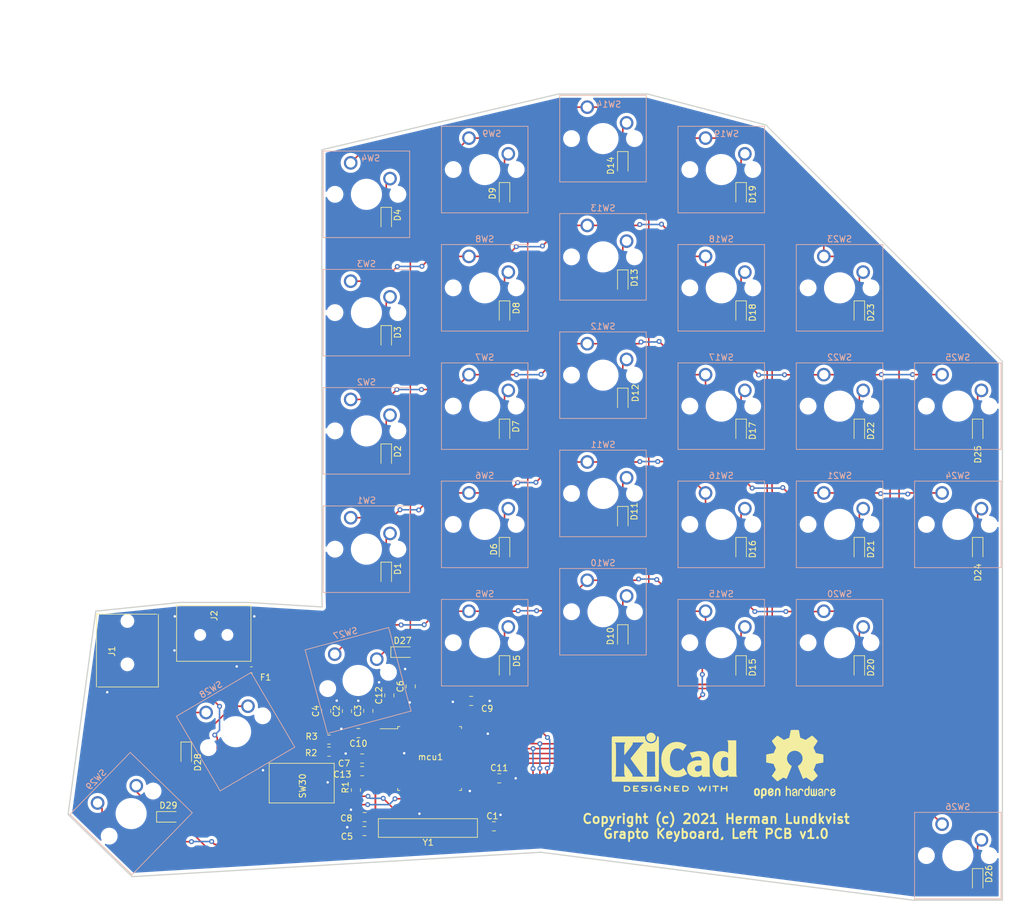
<source format=kicad_pcb>
(kicad_pcb (version 20171130) (host pcbnew 5.1.9)
  (layers (0 F.Cu signal) (31 B.Cu signal) (34 B.Paste user) (35 F.Paste user) (36 B.SilkS user) (37 F.SilkS user) (38 B.Mask user) (39 F.Mask user) (44 Edge.Cuts user))
  (net 0 "")
  (net 1 GND1)
  (net 2 "Net-(C1-Pad1)")
  (net 3 "Net-(C5-Pad1)")
  (net 4 "Net-(C6-Pad1)")
  (net 5 "Net-(C7-Pad1)")
  (net 6 /Controller/col0)
  (net 7 /Controller/col1)
  (net 8 /Controller/col2)
  (net 9 /Controller/col3)
  (net 10 /Controller/col4)
  (net 11 /Controller/col5)
  (net 12 "Net-(J2-Pad4)")
  (net 13 /Controller/row4)
  (net 14 /Controller/row3)
  (net 15 /Controller/row2)
  (net 16 /Controller/row1)
  (net 17 /Controller/row0)
  (net 18 "Net-(mcu1-Pad25)")
  (net 19 "Net-(mcu1-Pad22)")
  (net 20 "Net-(mcu1-Pad21)")
  (net 21 "Net-(J1-PadR1)")
  (net 22 "Net-(mcu1-Pad19)")
  (net 23 "Net-(mcu1-Pad18)")
  (net 24 "Net-(R1-Pad2)")
  (net 25 "Net-(mcu1-Pad11)")
  (net 26 "Net-(mcu1-Pad10)")
  (net 27 "Net-(mcu1-Pad9)")
  (net 28 "Net-(mcu1-Pad8)")
  (net 29 "Net-(J1-PadR2)")
  (net 30 "Net-(D1-Pad1)")
  (net 31 "Net-(D2-Pad1)")
  (net 32 "Net-(D3-Pad1)")
  (net 33 "Net-(D4-Pad1)")
  (net 34 "Net-(D5-Pad1)")
  (net 35 "Net-(D6-Pad1)")
  (net 36 "Net-(D7-Pad1)")
  (net 37 "Net-(D8-Pad1)")
  (net 38 "Net-(D9-Pad1)")
  (net 39 "Net-(D10-Pad1)")
  (net 40 "Net-(D11-Pad1)")
  (net 41 "Net-(D12-Pad1)")
  (net 42 "Net-(D13-Pad1)")
  (net 43 "Net-(D14-Pad1)")
  (net 44 "Net-(D15-Pad1)")
  (net 45 "Net-(D16-Pad1)")
  (net 46 "Net-(D17-Pad1)")
  (net 47 "Net-(D18-Pad1)")
  (net 48 "Net-(D19-Pad1)")
  (net 49 "Net-(D20-Pad1)")
  (net 50 "Net-(D21-Pad1)")
  (net 51 "Net-(D22-Pad1)")
  (net 52 "Net-(D23-Pad1)")
  (net 53 "Net-(D24-Pad1)")
  (net 54 "Net-(D25-Pad1)")
  (net 55 "Net-(D26-Pad1)")
  (net 56 "Net-(D27-Pad1)")
  (net 57 "Net-(D28-Pad1)")
  (net 58 "Net-(D29-Pad1)")
  (net 59 "Net-(mcu1-Pad26)")
  (net 60 "Net-(mcu1-Pad1)")
  (net 61 "Net-(mcu1-Pad32)")
  (net 62 /Controller/USB_FULL_P)
  (net 63 /Controller/USB_FULL_N)
  (net 64 /Controller/USB_FULL1_P)
  (net 65 /Controller/USB_FULL1_N)
  (net 66 "Net-(mcu1-Pad20)")
  (net 67 /Controller/VBUS)
  (net 68 UVCC)
  (module Symbol:KiCad-Logo2_8mm_SilkScreen (layer F.Cu) (at 168.47 138.81)
    (fp_text reference REF** hide)
    (fp_text value KiCad-Logo2_8mm_SilkScreen hide)
  )
  (module Symbol:OSHW-Logo2_14.6x12mm_SilkScreen (layer F.Cu) (at 187.9 139.98)
    (fp_text reference REF** hide)
    (fp_text value OSHW-Logo2_14.6x12mm_SilkScreen hide)
  )
  (module keyboard6:SW_Cherry_MX_1.00u_PCB_centered (layer B.Cu) (at 176.03 101.24 180)
    (fp_text reference SW16 (at 0 7.874) (layer B.SilkS) (effects (justify mirror)))
    (fp_text value SW_DIP_x01)
    (pad 1 thru_hole circle (at 2.54 5.08 180) (size 2.2 2.2) (drill 1.5) (layers *.Cu *.Mask) (net 14 /Controller/row3))
    (pad 2 thru_hole circle (at -3.81 2.54 180) (size 2.2 2.2) (drill 1.5) (layers *.Cu *.Mask) (net 45 "Net-(D16-Pad1)"))
    (pad "" np_thru_hole circle (at 0 0 180) (size 4 4) (drill 4) (layers *.Cu *.Mask))
    (pad "" np_thru_hole circle (at -5.08 0 180) (size 1.7 1.7) (drill 1.7) (layers *.Cu *.Mask))
    (pad "" np_thru_hole circle (at 5.08 0 180) (size 1.7 1.7) (drill 1.7) (layers *.Cu *.Mask))
  )
  (module Capacitor_SMD:C_0805_2012Metric_Pad1.18x1.45mm_HandSolder (layer F.Cu) (at 125.88 127.39 90)
    (fp_text reference C6 (at 0 -1.68 90) (layer F.SilkS))
    (fp_text value 0.1u)
    (pad 2 smd roundrect (at 1.0375 0 90) (size 1.175 1.45) (layers F.Cu F.Paste F.Mask) (roundrect_rratio 0.2127659574468085) (net 1 GND1))
    (pad 1 smd roundrect (at -1.0375 0 90) (size 1.175 1.45) (layers F.Cu F.Paste F.Mask) (roundrect_rratio 0.2127659574468085) (net 4 "Net-(C6-Pad1)"))
  )
  (module keyboard6:QFP-44_10x10_Pitch0.8mm_Hand_solder (layer F.Cu) (at 128.93 139.04)
    (fp_text reference mcu1 (at 0.15 -0.25) (layer F.SilkS))
    (fp_text value ATmega32U4-AU)
    (pad 44 smd oval (at -4 -6.5) (size 0.55 3) (layers F.Cu F.Paste F.Mask) (net 68 UVCC))
    (pad 43 smd oval (at -3.2 -6.5) (size 0.55 3) (layers F.Cu F.Paste F.Mask) (net 1 GND1))
    (pad 42 smd oval (at -2.4 -6.5) (size 0.55 3) (layers F.Cu F.Paste F.Mask) (net 4 "Net-(C6-Pad1)"))
    (pad 41 smd oval (at -1.6 -6.5) (size 0.55 3) (layers F.Cu F.Paste F.Mask) (net 11 /Controller/col5))
    (pad 40 smd oval (at -0.8 -6.5) (size 0.55 3) (layers F.Cu F.Paste F.Mask) (net 10 /Controller/col4))
    (pad 39 smd oval (at 0 -6.5) (size 0.55 3) (layers F.Cu F.Paste F.Mask) (net 9 /Controller/col3))
    (pad 38 smd oval (at 0.8 -6.5) (size 0.55 3) (layers F.Cu F.Paste F.Mask) (net 8 /Controller/col2))
    (pad 37 smd oval (at 1.6 -6.5) (size 0.55 3) (layers F.Cu F.Paste F.Mask) (net 7 /Controller/col1))
    (pad 36 smd oval (at 2.4 -6.5) (size 0.55 3) (layers F.Cu F.Paste F.Mask) (net 6 /Controller/col0))
    (pad 35 smd oval (at 3.2 -6.5) (size 0.55 3) (layers F.Cu F.Paste F.Mask) (net 1 GND1))
    (pad 34 smd oval (at 4 -6.5) (size 0.55 3) (layers F.Cu F.Paste F.Mask) (net 68 UVCC))
    (pad 33 smd oval (at 6.5 -4 90) (size 0.55 3) (layers F.Cu F.Paste F.Mask) (net 1 GND1))
    (pad 32 smd oval (at 6.5 -3.2 90) (size 0.55 3) (layers F.Cu F.Paste F.Mask) (net 61 "Net-(mcu1-Pad32)"))
    (pad 31 smd oval (at 6.5 -2.4 90) (size 0.55 3) (layers F.Cu F.Paste F.Mask) (net 13 /Controller/row4))
    (pad 30 smd oval (at 6.5 -1.6 90) (size 0.55 3) (layers F.Cu F.Paste F.Mask) (net 14 /Controller/row3))
    (pad 29 smd oval (at 6.5 -0.8 90) (size 0.55 3) (layers F.Cu F.Paste F.Mask) (net 15 /Controller/row2))
    (pad 28 smd oval (at 6.5 0 90) (size 0.55 3) (layers F.Cu F.Paste F.Mask) (net 16 /Controller/row1))
    (pad 27 smd oval (at 6.5 0.8 90) (size 0.55 3) (layers F.Cu F.Paste F.Mask) (net 17 /Controller/row0))
    (pad 26 smd oval (at 6.5 1.6 90) (size 0.55 3) (layers F.Cu F.Paste F.Mask) (net 59 "Net-(mcu1-Pad26)"))
    (pad 25 smd oval (at 6.5 2.4 90) (size 0.55 3) (layers F.Cu F.Paste F.Mask) (net 18 "Net-(mcu1-Pad25)"))
    (pad 24 smd oval (at 6.5 3.2 90) (size 0.55 3) (layers F.Cu F.Paste F.Mask) (net 68 UVCC))
    (pad 23 smd oval (at 6.5 4 90) (size 0.55 3) (layers F.Cu F.Paste F.Mask) (net 1 GND1))
    (pad 22 smd oval (at 4 6.5) (size 0.55 3) (layers F.Cu F.Paste F.Mask) (net 19 "Net-(mcu1-Pad22)"))
    (pad 21 smd oval (at 3.2 6.5) (size 0.55 3) (layers F.Cu F.Paste F.Mask) (net 20 "Net-(mcu1-Pad21)"))
    (pad 20 smd oval (at 2.4 6.5) (size 0.55 3) (layers F.Cu F.Paste F.Mask) (net 66 "Net-(mcu1-Pad20)"))
    (pad 19 smd oval (at 1.6 6.5) (size 0.55 3) (layers F.Cu F.Paste F.Mask) (net 22 "Net-(mcu1-Pad19)"))
    (pad 18 smd oval (at 0.8 6.5) (size 0.55 3) (layers F.Cu F.Paste F.Mask) (net 23 "Net-(mcu1-Pad18)"))
    (pad 17 smd oval (at 0 6.5) (size 0.55 3) (layers F.Cu F.Paste F.Mask) (net 2 "Net-(C1-Pad1)"))
    (pad 16 smd oval (at -0.8 6.5) (size 0.55 3) (layers F.Cu F.Paste F.Mask) (net 3 "Net-(C5-Pad1)"))
    (pad 15 smd oval (at -1.6 6.5) (size 0.55 3) (layers F.Cu F.Paste F.Mask) (net 1 GND1))
    (pad 14 smd oval (at -2.4 6.5) (size 0.55 3) (layers F.Cu F.Paste F.Mask) (net 68 UVCC))
    (pad 13 smd oval (at -3.2 6.5) (size 0.55 3) (layers F.Cu F.Paste F.Mask) (net 24 "Net-(R1-Pad2)"))
    (pad 12 smd oval (at -4 6.5) (size 0.55 3) (layers F.Cu F.Paste F.Mask) (net 21 "Net-(J1-PadR1)"))
    (pad 11 smd oval (at -6.5 4 90) (size 0.55 3) (layers F.Cu F.Paste F.Mask) (net 25 "Net-(mcu1-Pad11)"))
    (pad 10 smd oval (at -6.5 3.2 90) (size 0.55 3) (layers F.Cu F.Paste F.Mask) (net 26 "Net-(mcu1-Pad10)"))
    (pad 9 smd oval (at -6.5 2.4 90) (size 0.55 3) (layers F.Cu F.Paste F.Mask) (net 27 "Net-(mcu1-Pad9)"))
    (pad 8 smd oval (at -6.5 1.6 90) (size 0.55 3) (layers F.Cu F.Paste F.Mask) (net 28 "Net-(mcu1-Pad8)"))
    (pad 7 smd oval (at -6.5 0.8 90) (size 0.55 3) (layers F.Cu F.Paste F.Mask) (net 68 UVCC))
    (pad 6 smd oval (at -6.5 0 90) (size 0.55 3) (layers F.Cu F.Paste F.Mask) (net 5 "Net-(C7-Pad1)"))
    (pad 5 smd oval (at -6.5 -0.8 90) (size 0.55 3) (layers F.Cu F.Paste F.Mask) (net 1 GND1))
    (pad 4 smd oval (at -6.5 -1.6 90) (size 0.55 3) (layers F.Cu F.Paste F.Mask) (net 62 /Controller/USB_FULL_P))
    (pad 3 smd oval (at -6.5 -2.4 90) (size 0.55 3) (layers F.Cu F.Paste F.Mask) (net 63 /Controller/USB_FULL_N))
    (pad 2 smd oval (at -6.5 -3.2 90) (size 0.55 3) (layers F.Cu F.Paste F.Mask) (net 68 UVCC))
    (pad 1 smd oval (at -6.5 -4 90) (size 0.55 3) (layers F.Cu F.Paste F.Mask) (net 60 "Net-(mcu1-Pad1)"))
  )
  (module Capacitor_SMD:C_0805_2012Metric_Pad1.18x1.45mm_HandSolder (layer F.Cu) (at 135.6425 129.74)
    (fp_text reference C9 (at 2.5875 1.25) (layer F.SilkS))
    (fp_text value 0.1u)
    (pad 2 smd roundrect (at 1.0375 0) (size 1.175 1.45) (layers F.Cu F.Paste F.Mask) (roundrect_rratio 0.2127659574468085) (net 1 GND1))
    (pad 1 smd roundrect (at -1.0375 0) (size 1.175 1.45) (layers F.Cu F.Paste F.Mask) (roundrect_rratio 0.2127659574468085) (net 68 UVCC))
  )
  (module Capacitor_SMD:C_0805_2012Metric_Pad1.18x1.45mm_HandSolder (layer F.Cu) (at 118.0425 141.09 180)
    (fp_text reference C13 (at 3.1925 -0.52) (layer F.SilkS))
    (fp_text value 0.1u)
    (pad 2 smd roundrect (at 1.0375 0 180) (size 1.175 1.45) (layers F.Cu F.Paste F.Mask) (roundrect_rratio 0.2127659574468085) (net 1 GND1))
    (pad 1 smd roundrect (at -1.0375 0 180) (size 1.175 1.45) (layers F.Cu F.Paste F.Mask) (roundrect_rratio 0.2127659574468085) (net 68 UVCC))
  )
  (module Capacitor_SMD:C_0805_2012Metric_Pad1.18x1.45mm_HandSolder (layer F.Cu) (at 122.43 128.8525 90)
    (fp_text reference C12 (at 0 -1.68 90) (layer F.SilkS))
    (fp_text value 0.1u)
    (pad 2 smd roundrect (at 1.0375 0 90) (size 1.175 1.45) (layers F.Cu F.Paste F.Mask) (roundrect_rratio 0.2127659574468085) (net 1 GND1))
    (pad 1 smd roundrect (at -1.0375 0 90) (size 1.175 1.45) (layers F.Cu F.Paste F.Mask) (roundrect_rratio 0.2127659574468085) (net 68 UVCC))
  )
  (module Capacitor_SMD:C_0805_2012Metric_Pad1.18x1.45mm_HandSolder (layer F.Cu) (at 140.18 142.24)
    (fp_text reference C11 (at 0 -1.68) (layer F.SilkS))
    (fp_text value 0.1u)
    (pad 2 smd roundrect (at 1.0375 0) (size 1.175 1.45) (layers F.Cu F.Paste F.Mask) (roundrect_rratio 0.2127659574468085) (net 1 GND1))
    (pad 1 smd roundrect (at -1.0375 0) (size 1.175 1.45) (layers F.Cu F.Paste F.Mask) (roundrect_rratio 0.2127659574468085) (net 68 UVCC))
  )
  (module Capacitor_SMD:C_0805_2012Metric_Pad1.18x1.45mm_HandSolder (layer F.Cu) (at 117.43 134.94 180)
    (fp_text reference C10 (at 0 -1.68) (layer F.SilkS))
    (fp_text value 0.1u)
    (pad 2 smd roundrect (at 1.0375 0 180) (size 1.175 1.45) (layers F.Cu F.Paste F.Mask) (roundrect_rratio 0.2127659574468085) (net 1 GND1))
    (pad 1 smd roundrect (at -1.0375 0 180) (size 1.175 1.45) (layers F.Cu F.Paste F.Mask) (roundrect_rratio 0.2127659574468085) (net 68 UVCC))
  )
  (module Capacitor_SMD:C_0805_2012Metric_Pad1.18x1.45mm_HandSolder (layer F.Cu) (at 118.4425 148.515 180)
    (fp_text reference C8 (at 2.9525 -0.175) (layer F.SilkS))
    (fp_text value 0.1u)
    (pad 2 smd roundrect (at 1.0375 0 180) (size 1.175 1.45) (layers F.Cu F.Paste F.Mask) (roundrect_rratio 0.2127659574468085) (net 1 GND1))
    (pad 1 smd roundrect (at -1.0375 0 180) (size 1.175 1.45) (layers F.Cu F.Paste F.Mask) (roundrect_rratio 0.2127659574468085) (net 68 UVCC))
  )
  (module keyboard6:SW_Cherry_MX_1.00u_PCB_centered (layer B.Cu) (at 117.38 126.44 195)
    (fp_text reference SW27 (at 0 7.874 15) (layer B.SilkS) (effects (justify mirror)))
    (fp_text value SW_DIP_x01)
    (pad 1 thru_hole circle (at 2.54 5.08 195) (size 2.2 2.2) (drill 1.5) (layers *.Cu *.Mask) (net 13 /Controller/row4))
    (pad 2 thru_hole circle (at -3.81 2.54 195) (size 2.2 2.2) (drill 1.5) (layers *.Cu *.Mask) (net 56 "Net-(D27-Pad1)"))
    (pad "" np_thru_hole circle (at 0 0 195) (size 4 4) (drill 4) (layers *.Cu *.Mask))
    (pad "" np_thru_hole circle (at -5.08 0 195) (size 1.7 1.7) (drill 1.7) (layers *.Cu *.Mask))
    (pad "" np_thru_hole circle (at 5.08 0 195) (size 1.7 1.7) (drill 1.7) (layers *.Cu *.Mask))
  )
  (module keyboard6:SW_E_SW_TL_3303 (layer F.Cu) (at 108.28 143.015 270)
    (fp_text reference SW30 (at 0.45 -0.15 90) (layer F.SilkS))
    (fp_text value SW_Push_Dual)
    (pad 4 smd rect (at 2.25 4.2 270) (size 1.4 1.6) (layers F.Cu F.Paste F.Mask) (net 24 "Net-(R1-Pad2)"))
    (pad 3 smd rect (at -2.25 4.2 270) (size 1.4 1.6) (layers F.Cu F.Paste F.Mask) (net 1 GND1))
    (pad 2 smd rect (at 2.25 -4.2 270) (size 1.4 1.6) (layers F.Cu F.Paste F.Mask) (net 24 "Net-(R1-Pad2)"))
    (pad 1 smd rect (at -2.25 -4.2 270) (size 1.4 1.6) (layers F.Cu F.Paste F.Mask) (net 1 GND1))
  )
  (module keyboard6:SW_Cherry_MX_1.00u_PCB_centered (layer B.Cu) (at 97.6028 134.713 210.4)
    (fp_text reference SW28 (at 0 7.874 30.4) (layer B.SilkS) (effects (justify mirror)))
    (fp_text value SW_DIP_x01)
    (pad 1 thru_hole circle (at 2.54 5.08 210.4) (size 2.2 2.2) (drill 1.5) (layers *.Cu *.Mask) (net 14 /Controller/row3))
    (pad 2 thru_hole circle (at -3.81 2.54 210.4) (size 2.2 2.2) (drill 1.5) (layers *.Cu *.Mask) (net 57 "Net-(D28-Pad1)"))
    (pad "" np_thru_hole circle (at 0 0 210.4) (size 4 4) (drill 4) (layers *.Cu *.Mask))
    (pad "" np_thru_hole circle (at -5.08 0 210.4) (size 1.7 1.7) (drill 1.7) (layers *.Cu *.Mask))
    (pad "" np_thru_hole circle (at 5.08 0 210.4) (size 1.7 1.7) (drill 1.7) (layers *.Cu *.Mask))
  )
  (module keyboard6:SW_Cherry_MX_1.00u_PCB_centered (layer B.Cu) (at 137.83 82.14 180)
    (fp_text reference SW7 (at 0 7.874) (layer B.SilkS) (effects (justify mirror)))
    (fp_text value SW_DIP_x01)
    (pad 1 thru_hole circle (at 2.54 5.08 180) (size 2.2 2.2) (drill 1.5) (layers *.Cu *.Mask) (net 15 /Controller/row2))
    (pad 2 thru_hole circle (at -3.81 2.54 180) (size 2.2 2.2) (drill 1.5) (layers *.Cu *.Mask) (net 36 "Net-(D7-Pad1)"))
    (pad "" np_thru_hole circle (at 0 0 180) (size 4 4) (drill 4) (layers *.Cu *.Mask))
    (pad "" np_thru_hole circle (at -5.08 0 180) (size 1.7 1.7) (drill 1.7) (layers *.Cu *.Mask))
    (pad "" np_thru_hole circle (at 5.08 0 180) (size 1.7 1.7) (drill 1.7) (layers *.Cu *.Mask))
  )
  (module Diode_SMD:D_SOD-323_HandSoldering (layer F.Cu) (at 121.93 51.94 270)
    (fp_text reference D4 (at -0.65 -1.825 90) (layer F.SilkS))
    (fp_text value DIODE)
    (pad 2 smd rect (at 1.25 0 270) (size 1 1) (layers F.Cu F.Paste F.Mask) (net 11 /Controller/col5))
    (pad 1 smd rect (at -1.25 0 270) (size 1 1) (layers F.Cu F.Paste F.Mask) (net 33 "Net-(D4-Pad1)"))
  )
  (module keyboard6:SW_Cherry_MX_1.00u_PCB_centered (layer B.Cu) (at 156.93 115.34 180)
    (fp_text reference SW10 (at 0 7.874) (layer B.SilkS) (effects (justify mirror)))
    (fp_text value SW_DIP_x01)
    (pad 1 thru_hole circle (at 2.54 5.08 180) (size 2.2 2.2) (drill 1.5) (layers *.Cu *.Mask) (net 13 /Controller/row4))
    (pad 2 thru_hole circle (at -3.81 2.54 180) (size 2.2 2.2) (drill 1.5) (layers *.Cu *.Mask) (net 39 "Net-(D10-Pad1)"))
    (pad "" np_thru_hole circle (at 0 0 180) (size 4 4) (drill 4) (layers *.Cu *.Mask))
    (pad "" np_thru_hole circle (at -5.08 0 180) (size 1.7 1.7) (drill 1.7) (layers *.Cu *.Mask))
    (pad "" np_thru_hole circle (at 5.08 0 180) (size 1.7 1.7) (drill 1.7) (layers *.Cu *.Mask))
  )
  (module keyboard6:SW_Cherry_MX_1.00u_PCB_centered (layer B.Cu) (at 118.73 67.04 180)
    (fp_text reference SW3 (at 0 7.874) (layer B.SilkS) (effects (justify mirror)))
    (fp_text value SW_DIP_x01)
    (pad 1 thru_hole circle (at 2.54 5.08 180) (size 2.2 2.2) (drill 1.5) (layers *.Cu *.Mask) (net 16 /Controller/row1))
    (pad 2 thru_hole circle (at -3.81 2.54 180) (size 2.2 2.2) (drill 1.5) (layers *.Cu *.Mask) (net 32 "Net-(D3-Pad1)"))
    (pad "" np_thru_hole circle (at 0 0 180) (size 4 4) (drill 4) (layers *.Cu *.Mask))
    (pad "" np_thru_hole circle (at -5.08 0 180) (size 1.7 1.7) (drill 1.7) (layers *.Cu *.Mask))
    (pad "" np_thru_hole circle (at 5.08 0 180) (size 1.7 1.7) (drill 1.7) (layers *.Cu *.Mask))
  )
  (module Diode_SMD:D_SOD-323_HandSoldering (layer F.Cu) (at 124.57 121.86)
    (fp_text reference D27 (at 0 -1.85) (layer F.SilkS))
    (fp_text value DIODE)
    (pad 2 smd rect (at 1.25 0) (size 1 1) (layers F.Cu F.Paste F.Mask) (net 11 /Controller/col5))
    (pad 1 smd rect (at -1.25 0) (size 1 1) (layers F.Cu F.Paste F.Mask) (net 56 "Net-(D27-Pad1)"))
  )
  (module keyboard6:SW_Cherry_MX_1.00u_PCB_centered (layer B.Cu) (at 80.7327 147.9409 225.8)
    (fp_text reference SW29 (at 0 7.874 45.8) (layer B.SilkS) (effects (justify mirror)))
    (fp_text value SW_DIP_x01)
    (pad 1 thru_hole circle (at 2.54 5.08 225.8) (size 2.2 2.2) (drill 1.5) (layers *.Cu *.Mask) (net 13 /Controller/row4))
    (pad 2 thru_hole circle (at -3.81 2.54 225.8) (size 2.2 2.2) (drill 1.5) (layers *.Cu *.Mask) (net 58 "Net-(D29-Pad1)"))
    (pad "" np_thru_hole circle (at 0 0 225.8) (size 4 4) (drill 4) (layers *.Cu *.Mask))
    (pad "" np_thru_hole circle (at -5.08 0 225.8) (size 1.7 1.7) (drill 1.7) (layers *.Cu *.Mask))
    (pad "" np_thru_hole circle (at 5.08 0 225.8) (size 1.7 1.7) (drill 1.7) (layers *.Cu *.Mask))
  )
  (module keyboard6:SW_Cherry_MX_1.00u_PCB_centered (layer B.Cu) (at 214.23 154.72 180)
    (fp_text reference SW26 (at 0 7.874) (layer B.SilkS) (effects (justify mirror)))
    (fp_text value SW_DIP_x01)
    (pad 1 thru_hole circle (at 2.54 5.08 180) (size 2.2 2.2) (drill 1.5) (layers *.Cu *.Mask) (net 17 /Controller/row0))
    (pad 2 thru_hole circle (at -3.81 2.54 180) (size 2.2 2.2) (drill 1.5) (layers *.Cu *.Mask) (net 55 "Net-(D26-Pad1)"))
    (pad "" np_thru_hole circle (at 0 0 180) (size 4 4) (drill 4) (layers *.Cu *.Mask))
    (pad "" np_thru_hole circle (at -5.08 0 180) (size 1.7 1.7) (drill 1.7) (layers *.Cu *.Mask))
    (pad "" np_thru_hole circle (at 5.08 0 180) (size 1.7 1.7) (drill 1.7) (layers *.Cu *.Mask))
  )
  (module keyboard6:SW_Cherry_MX_1.00u_PCB_centered (layer B.Cu) (at 214.23 82.14 180)
    (fp_text reference SW25 (at 0 7.874) (layer B.SilkS) (effects (justify mirror)))
    (fp_text value SW_DIP_x01)
    (pad 1 thru_hole circle (at 2.54 5.08 180) (size 2.2 2.2) (drill 1.5) (layers *.Cu *.Mask) (net 16 /Controller/row1))
    (pad 2 thru_hole circle (at -3.81 2.54 180) (size 2.2 2.2) (drill 1.5) (layers *.Cu *.Mask) (net 54 "Net-(D25-Pad1)"))
    (pad "" np_thru_hole circle (at 0 0 180) (size 4 4) (drill 4) (layers *.Cu *.Mask))
    (pad "" np_thru_hole circle (at -5.08 0 180) (size 1.7 1.7) (drill 1.7) (layers *.Cu *.Mask))
    (pad "" np_thru_hole circle (at 5.08 0 180) (size 1.7 1.7) (drill 1.7) (layers *.Cu *.Mask))
  )
  (module keyboard6:SW_Cherry_MX_1.00u_PCB_centered (layer B.Cu) (at 214.23 101.24 180)
    (fp_text reference SW24 (at 0 7.874) (layer B.SilkS) (effects (justify mirror)))
    (fp_text value SW_DIP_x01)
    (pad 1 thru_hole circle (at 2.54 5.08 180) (size 2.2 2.2) (drill 1.5) (layers *.Cu *.Mask) (net 15 /Controller/row2))
    (pad 2 thru_hole circle (at -3.81 2.54 180) (size 2.2 2.2) (drill 1.5) (layers *.Cu *.Mask) (net 53 "Net-(D24-Pad1)"))
    (pad "" np_thru_hole circle (at 0 0 180) (size 4 4) (drill 4) (layers *.Cu *.Mask))
    (pad "" np_thru_hole circle (at -5.08 0 180) (size 1.7 1.7) (drill 1.7) (layers *.Cu *.Mask))
    (pad "" np_thru_hole circle (at 5.08 0 180) (size 1.7 1.7) (drill 1.7) (layers *.Cu *.Mask))
  )
  (module keyboard6:SW_Cherry_MX_1.00u_PCB_centered (layer B.Cu) (at 195.13 63.04 180)
    (fp_text reference SW23 (at 0 7.874) (layer B.SilkS) (effects (justify mirror)))
    (fp_text value SW_DIP_x01)
    (pad 1 thru_hole circle (at 2.54 5.08 180) (size 2.2 2.2) (drill 1.5) (layers *.Cu *.Mask) (net 17 /Controller/row0))
    (pad 2 thru_hole circle (at -3.81 2.54 180) (size 2.2 2.2) (drill 1.5) (layers *.Cu *.Mask) (net 52 "Net-(D23-Pad1)"))
    (pad "" np_thru_hole circle (at 0 0 180) (size 4 4) (drill 4) (layers *.Cu *.Mask))
    (pad "" np_thru_hole circle (at -5.08 0 180) (size 1.7 1.7) (drill 1.7) (layers *.Cu *.Mask))
    (pad "" np_thru_hole circle (at 5.08 0 180) (size 1.7 1.7) (drill 1.7) (layers *.Cu *.Mask))
  )
  (module keyboard6:SW_Cherry_MX_1.00u_PCB_centered (layer B.Cu) (at 195.13 82.14 180)
    (fp_text reference SW22 (at 0 7.874) (layer B.SilkS) (effects (justify mirror)))
    (fp_text value SW_DIP_x01)
    (pad 1 thru_hole circle (at 2.54 5.08 180) (size 2.2 2.2) (drill 1.5) (layers *.Cu *.Mask) (net 16 /Controller/row1))
    (pad 2 thru_hole circle (at -3.81 2.54 180) (size 2.2 2.2) (drill 1.5) (layers *.Cu *.Mask) (net 51 "Net-(D22-Pad1)"))
    (pad "" np_thru_hole circle (at 0 0 180) (size 4 4) (drill 4) (layers *.Cu *.Mask))
    (pad "" np_thru_hole circle (at -5.08 0 180) (size 1.7 1.7) (drill 1.7) (layers *.Cu *.Mask))
    (pad "" np_thru_hole circle (at 5.08 0 180) (size 1.7 1.7) (drill 1.7) (layers *.Cu *.Mask))
  )
  (module keyboard6:SW_Cherry_MX_1.00u_PCB_centered (layer B.Cu) (at 195.13 101.24 180)
    (fp_text reference SW21 (at 0 7.874) (layer B.SilkS) (effects (justify mirror)))
    (fp_text value SW_DIP_x01)
    (pad 1 thru_hole circle (at 2.54 5.08 180) (size 2.2 2.2) (drill 1.5) (layers *.Cu *.Mask) (net 15 /Controller/row2))
    (pad 2 thru_hole circle (at -3.81 2.54 180) (size 2.2 2.2) (drill 1.5) (layers *.Cu *.Mask) (net 50 "Net-(D21-Pad1)"))
    (pad "" np_thru_hole circle (at 0 0 180) (size 4 4) (drill 4) (layers *.Cu *.Mask))
    (pad "" np_thru_hole circle (at -5.08 0 180) (size 1.7 1.7) (drill 1.7) (layers *.Cu *.Mask))
    (pad "" np_thru_hole circle (at 5.08 0 180) (size 1.7 1.7) (drill 1.7) (layers *.Cu *.Mask))
  )
  (module keyboard6:SW_Cherry_MX_1.00u_PCB_centered (layer B.Cu) (at 195.13 120.34 180)
    (fp_text reference SW20 (at 0 7.874) (layer B.SilkS) (effects (justify mirror)))
    (fp_text value SW_DIP_x01)
    (pad 1 thru_hole circle (at 2.54 5.08 180) (size 2.2 2.2) (drill 1.5) (layers *.Cu *.Mask) (net 14 /Controller/row3))
    (pad 2 thru_hole circle (at -3.81 2.54 180) (size 2.2 2.2) (drill 1.5) (layers *.Cu *.Mask) (net 49 "Net-(D20-Pad1)"))
    (pad "" np_thru_hole circle (at 0 0 180) (size 4 4) (drill 4) (layers *.Cu *.Mask))
    (pad "" np_thru_hole circle (at -5.08 0 180) (size 1.7 1.7) (drill 1.7) (layers *.Cu *.Mask))
    (pad "" np_thru_hole circle (at 5.08 0 180) (size 1.7 1.7) (drill 1.7) (layers *.Cu *.Mask))
  )
  (module keyboard6:SW_Cherry_MX_1.00u_PCB_centered (layer B.Cu) (at 176.03 43.94 180)
    (fp_text reference SW19 (at -0.85 5.775) (layer B.SilkS) (effects (justify mirror)))
    (fp_text value SW_DIP_x01)
    (pad 1 thru_hole circle (at 2.54 5.08 180) (size 2.2 2.2) (drill 1.5) (layers *.Cu *.Mask) (net 17 /Controller/row0))
    (pad 2 thru_hole circle (at -3.81 2.54 180) (size 2.2 2.2) (drill 1.5) (layers *.Cu *.Mask) (net 48 "Net-(D19-Pad1)"))
    (pad "" np_thru_hole circle (at 0 0 180) (size 4 4) (drill 4) (layers *.Cu *.Mask))
    (pad "" np_thru_hole circle (at -5.08 0 180) (size 1.7 1.7) (drill 1.7) (layers *.Cu *.Mask))
    (pad "" np_thru_hole circle (at 5.08 0 180) (size 1.7 1.7) (drill 1.7) (layers *.Cu *.Mask))
  )
  (module keyboard6:SW_Cherry_MX_1.00u_PCB_centered (layer B.Cu) (at 176.03 63.04 180)
    (fp_text reference SW18 (at 0 7.874) (layer B.SilkS) (effects (justify mirror)))
    (fp_text value SW_DIP_x01)
    (pad 1 thru_hole circle (at 2.54 5.08 180) (size 2.2 2.2) (drill 1.5) (layers *.Cu *.Mask) (net 16 /Controller/row1))
    (pad 2 thru_hole circle (at -3.81 2.54 180) (size 2.2 2.2) (drill 1.5) (layers *.Cu *.Mask) (net 47 "Net-(D18-Pad1)"))
    (pad "" np_thru_hole circle (at 0 0 180) (size 4 4) (drill 4) (layers *.Cu *.Mask))
    (pad "" np_thru_hole circle (at -5.08 0 180) (size 1.7 1.7) (drill 1.7) (layers *.Cu *.Mask))
    (pad "" np_thru_hole circle (at 5.08 0 180) (size 1.7 1.7) (drill 1.7) (layers *.Cu *.Mask))
  )
  (module keyboard6:SW_Cherry_MX_1.00u_PCB_centered (layer B.Cu) (at 176.03 82.14 180)
    (fp_text reference SW17 (at 0 7.874) (layer B.SilkS) (effects (justify mirror)))
    (fp_text value SW_DIP_x01)
    (pad 1 thru_hole circle (at 2.54 5.08 180) (size 2.2 2.2) (drill 1.5) (layers *.Cu *.Mask) (net 15 /Controller/row2))
    (pad 2 thru_hole circle (at -3.81 2.54 180) (size 2.2 2.2) (drill 1.5) (layers *.Cu *.Mask) (net 46 "Net-(D17-Pad1)"))
    (pad "" np_thru_hole circle (at 0 0 180) (size 4 4) (drill 4) (layers *.Cu *.Mask))
    (pad "" np_thru_hole circle (at -5.08 0 180) (size 1.7 1.7) (drill 1.7) (layers *.Cu *.Mask))
    (pad "" np_thru_hole circle (at 5.08 0 180) (size 1.7 1.7) (drill 1.7) (layers *.Cu *.Mask))
  )
  (module keyboard6:SW_Cherry_MX_1.00u_PCB_centered (layer B.Cu) (at 176.03 120.34 180)
    (fp_text reference SW15 (at 0 7.874) (layer B.SilkS) (effects (justify mirror)))
    (fp_text value SW_DIP_x01)
    (pad 1 thru_hole circle (at 2.54 5.08 180) (size 2.2 2.2) (drill 1.5) (layers *.Cu *.Mask) (net 13 /Controller/row4))
    (pad 2 thru_hole circle (at -3.81 2.54 180) (size 2.2 2.2) (drill 1.5) (layers *.Cu *.Mask) (net 44 "Net-(D15-Pad1)"))
    (pad "" np_thru_hole circle (at 0 0 180) (size 4 4) (drill 4) (layers *.Cu *.Mask))
    (pad "" np_thru_hole circle (at -5.08 0 180) (size 1.7 1.7) (drill 1.7) (layers *.Cu *.Mask))
    (pad "" np_thru_hole circle (at 5.08 0 180) (size 1.7 1.7) (drill 1.7) (layers *.Cu *.Mask))
  )
  (module keyboard6:SW_Cherry_MX_1.00u_PCB_centered (layer B.Cu) (at 156.93 38.94 180)
    (fp_text reference SW14 (at -0.925 5.525) (layer B.SilkS) (effects (justify mirror)))
    (fp_text value SW_DIP_x01)
    (pad 1 thru_hole circle (at 2.54 5.08 180) (size 2.2 2.2) (drill 1.5) (layers *.Cu *.Mask) (net 17 /Controller/row0))
    (pad 2 thru_hole circle (at -3.81 2.54 180) (size 2.2 2.2) (drill 1.5) (layers *.Cu *.Mask) (net 43 "Net-(D14-Pad1)"))
    (pad "" np_thru_hole circle (at 0 0 180) (size 4 4) (drill 4) (layers *.Cu *.Mask))
    (pad "" np_thru_hole circle (at -5.08 0 180) (size 1.7 1.7) (drill 1.7) (layers *.Cu *.Mask))
    (pad "" np_thru_hole circle (at 5.08 0 180) (size 1.7 1.7) (drill 1.7) (layers *.Cu *.Mask))
  )
  (module keyboard6:SW_Cherry_MX_1.00u_PCB_centered (layer B.Cu) (at 156.93 58.04 180)
    (fp_text reference SW13 (at 0 7.874) (layer B.SilkS) (effects (justify mirror)))
    (fp_text value SW_DIP_x01)
    (pad 1 thru_hole circle (at 2.54 5.08 180) (size 2.2 2.2) (drill 1.5) (layers *.Cu *.Mask) (net 16 /Controller/row1))
    (pad 2 thru_hole circle (at -3.81 2.54 180) (size 2.2 2.2) (drill 1.5) (layers *.Cu *.Mask) (net 42 "Net-(D13-Pad1)"))
    (pad "" np_thru_hole circle (at 0 0 180) (size 4 4) (drill 4) (layers *.Cu *.Mask))
    (pad "" np_thru_hole circle (at -5.08 0 180) (size 1.7 1.7) (drill 1.7) (layers *.Cu *.Mask))
    (pad "" np_thru_hole circle (at 5.08 0 180) (size 1.7 1.7) (drill 1.7) (layers *.Cu *.Mask))
  )
  (module keyboard6:SW_Cherry_MX_1.00u_PCB_centered (layer B.Cu) (at 156.93 77.14 180)
    (fp_text reference SW12 (at 0 7.874) (layer B.SilkS) (effects (justify mirror)))
    (fp_text value SW_DIP_x01)
    (pad 1 thru_hole circle (at 2.54 5.08 180) (size 2.2 2.2) (drill 1.5) (layers *.Cu *.Mask) (net 15 /Controller/row2))
    (pad 2 thru_hole circle (at -3.81 2.54 180) (size 2.2 2.2) (drill 1.5) (layers *.Cu *.Mask) (net 41 "Net-(D12-Pad1)"))
    (pad "" np_thru_hole circle (at 0 0 180) (size 4 4) (drill 4) (layers *.Cu *.Mask))
    (pad "" np_thru_hole circle (at -5.08 0 180) (size 1.7 1.7) (drill 1.7) (layers *.Cu *.Mask))
    (pad "" np_thru_hole circle (at 5.08 0 180) (size 1.7 1.7) (drill 1.7) (layers *.Cu *.Mask))
  )
  (module keyboard6:SW_Cherry_MX_1.00u_PCB_centered (layer B.Cu) (at 156.93 96.24 180)
    (fp_text reference SW11 (at 0 7.874) (layer B.SilkS) (effects (justify mirror)))
    (fp_text value SW_DIP_x01)
    (pad 1 thru_hole circle (at 2.54 5.08 180) (size 2.2 2.2) (drill 1.5) (layers *.Cu *.Mask) (net 14 /Controller/row3))
    (pad 2 thru_hole circle (at -3.81 2.54 180) (size 2.2 2.2) (drill 1.5) (layers *.Cu *.Mask) (net 40 "Net-(D11-Pad1)"))
    (pad "" np_thru_hole circle (at 0 0 180) (size 4 4) (drill 4) (layers *.Cu *.Mask))
    (pad "" np_thru_hole circle (at -5.08 0 180) (size 1.7 1.7) (drill 1.7) (layers *.Cu *.Mask))
    (pad "" np_thru_hole circle (at 5.08 0 180) (size 1.7 1.7) (drill 1.7) (layers *.Cu *.Mask))
  )
  (module keyboard6:SW_Cherry_MX_1.00u_PCB_centered (layer B.Cu) (at 137.83 43.94 180)
    (fp_text reference SW9 (at -1.15 5.8) (layer B.SilkS) (effects (justify mirror)))
    (fp_text value SW_DIP_x01)
    (pad 1 thru_hole circle (at 2.54 5.08 180) (size 2.2 2.2) (drill 1.5) (layers *.Cu *.Mask) (net 17 /Controller/row0))
    (pad 2 thru_hole circle (at -3.81 2.54 180) (size 2.2 2.2) (drill 1.5) (layers *.Cu *.Mask) (net 38 "Net-(D9-Pad1)"))
    (pad "" np_thru_hole circle (at 0 0 180) (size 4 4) (drill 4) (layers *.Cu *.Mask))
    (pad "" np_thru_hole circle (at -5.08 0 180) (size 1.7 1.7) (drill 1.7) (layers *.Cu *.Mask))
    (pad "" np_thru_hole circle (at 5.08 0 180) (size 1.7 1.7) (drill 1.7) (layers *.Cu *.Mask))
  )
  (module keyboard6:SW_Cherry_MX_1.00u_PCB_centered (layer B.Cu) (at 137.83 63.04 180)
    (fp_text reference SW8 (at 0 7.874) (layer B.SilkS) (effects (justify mirror)))
    (fp_text value SW_DIP_x01)
    (pad 1 thru_hole circle (at 2.54 5.08 180) (size 2.2 2.2) (drill 1.5) (layers *.Cu *.Mask) (net 16 /Controller/row1))
    (pad 2 thru_hole circle (at -3.81 2.54 180) (size 2.2 2.2) (drill 1.5) (layers *.Cu *.Mask) (net 37 "Net-(D8-Pad1)"))
    (pad "" np_thru_hole circle (at 0 0 180) (size 4 4) (drill 4) (layers *.Cu *.Mask))
    (pad "" np_thru_hole circle (at -5.08 0 180) (size 1.7 1.7) (drill 1.7) (layers *.Cu *.Mask))
    (pad "" np_thru_hole circle (at 5.08 0 180) (size 1.7 1.7) (drill 1.7) (layers *.Cu *.Mask))
  )
  (module keyboard6:SW_Cherry_MX_1.00u_PCB_centered (layer B.Cu) (at 137.83 101.24 180)
    (fp_text reference SW6 (at 0 7.874) (layer B.SilkS) (effects (justify mirror)))
    (fp_text value SW_DIP_x01)
    (pad 1 thru_hole circle (at 2.54 5.08 180) (size 2.2 2.2) (drill 1.5) (layers *.Cu *.Mask) (net 14 /Controller/row3))
    (pad 2 thru_hole circle (at -3.81 2.54 180) (size 2.2 2.2) (drill 1.5) (layers *.Cu *.Mask) (net 35 "Net-(D6-Pad1)"))
    (pad "" np_thru_hole circle (at 0 0 180) (size 4 4) (drill 4) (layers *.Cu *.Mask))
    (pad "" np_thru_hole circle (at -5.08 0 180) (size 1.7 1.7) (drill 1.7) (layers *.Cu *.Mask))
    (pad "" np_thru_hole circle (at 5.08 0 180) (size 1.7 1.7) (drill 1.7) (layers *.Cu *.Mask))
  )
  (module keyboard6:SW_Cherry_MX_1.00u_PCB_centered (layer B.Cu) (at 137.83 120.34 180)
    (fp_text reference SW5 (at 0 7.874) (layer B.SilkS) (effects (justify mirror)))
    (fp_text value SW_DIP_x01)
    (pad 1 thru_hole circle (at 2.54 5.08 180) (size 2.2 2.2) (drill 1.5) (layers *.Cu *.Mask) (net 13 /Controller/row4))
    (pad 2 thru_hole circle (at -3.81 2.54 180) (size 2.2 2.2) (drill 1.5) (layers *.Cu *.Mask) (net 34 "Net-(D5-Pad1)"))
    (pad "" np_thru_hole circle (at 0 0 180) (size 4 4) (drill 4) (layers *.Cu *.Mask))
    (pad "" np_thru_hole circle (at -5.08 0 180) (size 1.7 1.7) (drill 1.7) (layers *.Cu *.Mask))
    (pad "" np_thru_hole circle (at 5.08 0 180) (size 1.7 1.7) (drill 1.7) (layers *.Cu *.Mask))
  )
  (module keyboard6:SW_Cherry_MX_1.00u_PCB_centered (layer B.Cu) (at 118.73 47.94 180)
    (fp_text reference SW4 (at -0.675 5.825) (layer B.SilkS) (effects (justify mirror)))
    (fp_text value SW_DIP_x01)
    (pad 1 thru_hole circle (at 2.54 5.08 180) (size 2.2 2.2) (drill 1.5) (layers *.Cu *.Mask) (net 17 /Controller/row0))
    (pad 2 thru_hole circle (at -3.81 2.54 180) (size 2.2 2.2) (drill 1.5) (layers *.Cu *.Mask) (net 33 "Net-(D4-Pad1)"))
    (pad "" np_thru_hole circle (at 0 0 180) (size 4 4) (drill 4) (layers *.Cu *.Mask))
    (pad "" np_thru_hole circle (at -5.08 0 180) (size 1.7 1.7) (drill 1.7) (layers *.Cu *.Mask))
    (pad "" np_thru_hole circle (at 5.08 0 180) (size 1.7 1.7) (drill 1.7) (layers *.Cu *.Mask))
  )
  (module keyboard6:SW_Cherry_MX_1.00u_PCB_centered (layer B.Cu) (at 118.73 86.14 180)
    (fp_text reference SW2 (at 0 7.874) (layer B.SilkS) (effects (justify mirror)))
    (fp_text value SW_DIP_x01)
    (pad 1 thru_hole circle (at 2.54 5.08 180) (size 2.2 2.2) (drill 1.5) (layers *.Cu *.Mask) (net 15 /Controller/row2))
    (pad 2 thru_hole circle (at -3.81 2.54 180) (size 2.2 2.2) (drill 1.5) (layers *.Cu *.Mask) (net 31 "Net-(D2-Pad1)"))
    (pad "" np_thru_hole circle (at 0 0 180) (size 4 4) (drill 4) (layers *.Cu *.Mask))
    (pad "" np_thru_hole circle (at -5.08 0 180) (size 1.7 1.7) (drill 1.7) (layers *.Cu *.Mask))
    (pad "" np_thru_hole circle (at 5.08 0 180) (size 1.7 1.7) (drill 1.7) (layers *.Cu *.Mask))
  )
  (module keyboard6:SW_Cherry_MX_1.00u_PCB_centered (layer B.Cu) (at 118.73 105.24 180)
    (fp_text reference SW1 (at 0 7.874) (layer B.SilkS) (effects (justify mirror)))
    (fp_text value SW_DIP_x01)
    (pad 1 thru_hole circle (at 2.54 5.08 180) (size 2.2 2.2) (drill 1.5) (layers *.Cu *.Mask) (net 14 /Controller/row3))
    (pad 2 thru_hole circle (at -3.81 2.54 180) (size 2.2 2.2) (drill 1.5) (layers *.Cu *.Mask) (net 30 "Net-(D1-Pad1)"))
    (pad "" np_thru_hole circle (at 0 0 180) (size 4 4) (drill 4) (layers *.Cu *.Mask))
    (pad "" np_thru_hole circle (at -5.08 0 180) (size 1.7 1.7) (drill 1.7) (layers *.Cu *.Mask))
    (pad "" np_thru_hole circle (at 5.08 0 180) (size 1.7 1.7) (drill 1.7) (layers *.Cu *.Mask))
  )
  (module "keyboard6:USB_mini_b_TE_ 1734035-2" (layer F.Cu) (at 94.08 113.84 270)
    (fp_text reference J2 (at 2.14 -0.07 270) (layer F.SilkS))
    (fp_text value USB_B_Micro)
    (pad "" np_thru_hole circle (at 5.25 2.2 270) (size 0.9 0.9) (drill 0.9) (layers *.Cu *.Mask))
    (pad "" np_thru_hole circle (at 5.25 -2.2 270) (size 0.9 0.9) (drill 0.9) (layers *.Cu *.Mask))
    (pad 5 smd rect (at 7.85 1.6 270) (size 2.3 0.5) (layers F.Cu F.Paste F.Mask) (net 1 GND1))
    (pad 4 smd rect (at 7.85 0.8 270) (size 2.3 0.5) (layers F.Cu F.Paste F.Mask) (net 12 "Net-(J2-Pad4)"))
    (pad 3 smd rect (at 7.85 0 270) (size 2.3 0.5) (layers F.Cu F.Paste F.Mask) (net 64 /Controller/USB_FULL1_P))
    (pad 2 smd rect (at 7.85 -0.8 270) (size 2.3 0.5) (layers F.Cu F.Paste F.Mask) (net 65 /Controller/USB_FULL1_N))
    (pad 1 smd rect (at 7.85 -1.6 270) (size 2.3 0.5) (layers F.Cu F.Paste F.Mask) (net 67 /Controller/VBUS))
    (pad 6 smd rect (at 2.25 4.45 270) (size 2.5 2) (layers F.Cu F.Paste F.Mask) (net 1 GND1))
    (pad 6 smd rect (at 7.75 4.45 270) (size 2.5 2) (layers F.Cu F.Paste F.Mask) (net 1 GND1))
    (pad 6 smd rect (at 7.75 -4.45 270) (size 2.5 2) (layers F.Cu F.Paste F.Mask) (net 1 GND1))
    (pad 6 smd rect (at 2.25 -4.45 270) (size 2.5 2) (layers F.Cu F.Paste F.Mask) (net 1 GND1))
  )
  (module keyboard6:TRRS_smd_SparkFun_PRT-12639 (layer F.Cu) (at 80.13 115.24 270)
    (fp_text reference J1 (at 6.5 2.5 270) (layer F.SilkS))
    (fp_text value AudioJack4)
    (pad "" np_thru_hole circle (at 8.6 0 270) (size 1.2 1.2) (drill 1.2) (layers *.Cu *.Mask))
    (pad "" np_thru_hole circle (at 1.6 0 270) (size 1.2 1.2) (drill 1.2) (layers *.Cu *.Mask))
    (pad T smd rect (at 10.2 -3.25 270) (size 1.2 2.5) (layers F.Cu F.Paste F.Mask) (net 68 UVCC))
    (pad R1 smd rect (at 6.2 -3.25 270) (size 1.2 2.5) (layers F.Cu F.Paste F.Mask) (net 21 "Net-(J1-PadR1)"))
    (pad R2 smd rect (at 3.2 -3.25 270) (size 1.2 2.5) (layers F.Cu F.Paste F.Mask) (net 29 "Net-(J1-PadR2)"))
    (pad S smd rect (at 11.3 3.25 270) (size 1.2 2.5) (layers F.Cu F.Paste F.Mask) (net 1 GND1))
  )
  (module keyboard6:Crystal_CSM-7X_SMD (layer F.Cu) (at 128.655 150.265 180)
    (fp_text reference Y1 (at -0.05 -2.325) (layer F.SilkS))
    (fp_text value 16MHz)
    (pad 1 smd rect (at -4.75 0 180) (size 5.5 2) (layers F.Cu F.Paste F.Mask) (net 2 "Net-(C1-Pad1)"))
    (pad 2 smd rect (at 4.75 0 180) (size 5.5 2) (layers F.Cu F.Paste F.Mask) (net 3 "Net-(C5-Pad1)"))
  )
  (module Resistor_SMD:R_0805_2012Metric_Pad1.20x1.40mm_HandSolder (layer F.Cu) (at 112.68 135.99 180)
    (fp_text reference R3 (at 2.8 0.5) (layer F.SilkS))
    (fp_text value 22)
    (pad 2 smd roundrect (at 1 0 180) (size 1.2 1.4) (layers F.Cu F.Paste F.Mask) (roundrect_rratio 0.2083325) (net 65 /Controller/USB_FULL1_N))
    (pad 1 smd roundrect (at -1 0 180) (size 1.2 1.4) (layers F.Cu F.Paste F.Mask) (roundrect_rratio 0.2083325) (net 63 /Controller/USB_FULL_N))
  )
  (module Resistor_SMD:R_0805_2012Metric_Pad1.20x1.40mm_HandSolder (layer F.Cu) (at 112.68 137.94 180)
    (fp_text reference R2 (at 2.875 -0.2) (layer F.SilkS))
    (fp_text value 22)
    (pad 2 smd roundrect (at 1 0 180) (size 1.2 1.4) (layers F.Cu F.Paste F.Mask) (roundrect_rratio 0.2083325) (net 64 /Controller/USB_FULL1_P))
    (pad 1 smd roundrect (at -1 0 180) (size 1.2 1.4) (layers F.Cu F.Paste F.Mask) (roundrect_rratio 0.2083325) (net 62 /Controller/USB_FULL_P))
  )
  (module Resistor_SMD:R_0805_2012Metric_Pad1.20x1.40mm_HandSolder (layer F.Cu) (at 117.03 144.14 270)
    (fp_text reference R1 (at -0.45 1.7 90) (layer F.SilkS))
    (fp_text value 4.7k)
    (pad 2 smd roundrect (at 1 0 270) (size 1.2 1.4) (layers F.Cu F.Paste F.Mask) (roundrect_rratio 0.2083325) (net 24 "Net-(R1-Pad2)"))
    (pad 1 smd roundrect (at -1 0 270) (size 1.2 1.4) (layers F.Cu F.Paste F.Mask) (roundrect_rratio 0.2083325) (net 68 UVCC))
  )
  (module Fuse:Fuse_0603_1608Metric (layer F.Cu) (at 100.1425 124.74 180)
    (fp_text reference F1 (at -2.3125 -1.2) (layer F.SilkS))
    (fp_text value 500m)
    (pad 2 smd roundrect (at 0.7875 0 180) (size 0.875 0.95) (layers F.Cu F.Paste F.Mask) (net 67 /Controller/VBUS))
    (pad 1 smd roundrect (at -0.7875 0 180) (size 0.875 0.95) (layers F.Cu F.Paste F.Mask) (net 68 UVCC))
  )
  (module Diode_SMD:D_SOD-323_HandSoldering (layer F.Cu) (at 86.75 148.47)
    (fp_text reference D29 (at 0 -1.85) (layer F.SilkS))
    (fp_text value DIODE)
    (pad 2 smd rect (at 1.25 0) (size 1 1) (layers F.Cu F.Paste F.Mask) (net 6 /Controller/col0))
    (pad 1 smd rect (at -1.25 0) (size 1 1) (layers F.Cu F.Paste F.Mask) (net 58 "Net-(D29-Pad1)"))
  )
  (module Diode_SMD:D_SOD-323_HandSoldering (layer F.Cu) (at 141.03 124.34 270)
    (fp_text reference D5 (at -1.05 -1.98 270) (layer F.SilkS))
    (fp_text value DIODE)
    (pad 2 smd rect (at 1.25 0 270) (size 1 1) (layers F.Cu F.Paste F.Mask) (net 10 /Controller/col4))
    (pad 1 smd rect (at -1.25 0 270) (size 1 1) (layers F.Cu F.Paste F.Mask) (net 34 "Net-(D5-Pad1)"))
  )
  (module Diode_SMD:D_SOD-323_HandSoldering (layer F.Cu) (at 160.13 119.34 270)
    (fp_text reference D10 (at -0.06 2 270) (layer F.SilkS))
    (fp_text value DIODE)
    (pad 2 smd rect (at 1.25 0 270) (size 1 1) (layers F.Cu F.Paste F.Mask) (net 9 /Controller/col3))
    (pad 1 smd rect (at -1.25 0 270) (size 1 1) (layers F.Cu F.Paste F.Mask) (net 39 "Net-(D10-Pad1)"))
  )
  (module Diode_SMD:D_SOD-323_HandSoldering (layer F.Cu) (at 179.23 124.34 270)
    (fp_text reference D15 (at 0 -1.85 90) (layer F.SilkS))
    (fp_text value DIODE)
    (pad 2 smd rect (at 1.25 0 270) (size 1 1) (layers F.Cu F.Paste F.Mask) (net 8 /Controller/col2))
    (pad 1 smd rect (at -1.25 0 270) (size 1 1) (layers F.Cu F.Paste F.Mask) (net 44 "Net-(D15-Pad1)"))
  )
  (module Diode_SMD:D_SOD-323_HandSoldering (layer F.Cu) (at 89.63 138.28 270)
    (fp_text reference D28 (at 1.38 -1.87 90) (layer F.SilkS))
    (fp_text value DIODE)
    (pad 2 smd rect (at 1.25 0 270) (size 1 1) (layers F.Cu F.Paste F.Mask) (net 6 /Controller/col0))
    (pad 1 smd rect (at -1.25 0 270) (size 1 1) (layers F.Cu F.Paste F.Mask) (net 57 "Net-(D28-Pad1)"))
  )
  (module Diode_SMD:D_SOD-323_HandSoldering (layer F.Cu) (at 121.93 109.24 270)
    (fp_text reference D1 (at -0.825 -1.85 270) (layer F.SilkS))
    (fp_text value DIODE)
    (pad 2 smd rect (at 1.25 0 270) (size 1 1) (layers F.Cu F.Paste F.Mask) (net 11 /Controller/col5))
    (pad 1 smd rect (at -1.25 0 270) (size 1 1) (layers F.Cu F.Paste F.Mask) (net 30 "Net-(D1-Pad1)"))
  )
  (module Diode_SMD:D_SOD-323_HandSoldering (layer F.Cu) (at 141.03 105.24 270)
    (fp_text reference D6 (at 0.025 1.725 270) (layer F.SilkS))
    (fp_text value DIODE)
    (pad 2 smd rect (at 1.25 0 270) (size 1 1) (layers F.Cu F.Paste F.Mask) (net 10 /Controller/col4))
    (pad 1 smd rect (at -1.25 0 270) (size 1 1) (layers F.Cu F.Paste F.Mask) (net 35 "Net-(D6-Pad1)"))
  )
  (module Diode_SMD:D_SOD-323_HandSoldering (layer F.Cu) (at 160.13 100.24 270)
    (fp_text reference D11 (at -1.1 -1.85 270) (layer F.SilkS))
    (fp_text value DIODE)
    (pad 2 smd rect (at 1.25 0 270) (size 1 1) (layers F.Cu F.Paste F.Mask) (net 9 /Controller/col3))
    (pad 1 smd rect (at -1.25 0 270) (size 1 1) (layers F.Cu F.Paste F.Mask) (net 40 "Net-(D11-Pad1)"))
  )
  (module Diode_SMD:D_SOD-323_HandSoldering (layer F.Cu) (at 179.23 105.24 270)
    (fp_text reference D16 (at 0 -1.85 90) (layer F.SilkS))
    (fp_text value DIODE)
    (pad 2 smd rect (at 1.25 0 270) (size 1 1) (layers F.Cu F.Paste F.Mask) (net 8 /Controller/col2))
    (pad 1 smd rect (at -1.25 0 270) (size 1 1) (layers F.Cu F.Paste F.Mask) (net 45 "Net-(D16-Pad1)"))
  )
  (module Diode_SMD:D_SOD-323_HandSoldering (layer F.Cu) (at 198.33 124.34 270)
    (fp_text reference D20 (at 0 -1.85 90) (layer F.SilkS))
    (fp_text value DIODE)
    (pad 2 smd rect (at 1.25 0 270) (size 1 1) (layers F.Cu F.Paste F.Mask) (net 7 /Controller/col1))
    (pad 1 smd rect (at -1.25 0 270) (size 1 1) (layers F.Cu F.Paste F.Mask) (net 49 "Net-(D20-Pad1)"))
  )
  (module Diode_SMD:D_SOD-323_HandSoldering (layer F.Cu) (at 121.93 90.14 270)
    (fp_text reference D2 (at -0.675 -1.85 90) (layer F.SilkS))
    (fp_text value DIODE)
    (pad 2 smd rect (at 1.25 0 270) (size 1 1) (layers F.Cu F.Paste F.Mask) (net 11 /Controller/col5))
    (pad 1 smd rect (at -1.25 0 270) (size 1 1) (layers F.Cu F.Paste F.Mask) (net 31 "Net-(D2-Pad1)"))
  )
  (module Diode_SMD:D_SOD-323_HandSoldering (layer F.Cu) (at 141.03 86.14 270)
    (fp_text reference D7 (at -0.7 -1.85 270) (layer F.SilkS))
    (fp_text value DIODE)
    (pad 2 smd rect (at 1.25 0 270) (size 1 1) (layers F.Cu F.Paste F.Mask) (net 10 /Controller/col4))
    (pad 1 smd rect (at -1.25 0 270) (size 1 1) (layers F.Cu F.Paste F.Mask) (net 36 "Net-(D7-Pad1)"))
  )
  (module Diode_SMD:D_SOD-323_HandSoldering (layer F.Cu) (at 160.13 81.14 270)
    (fp_text reference D12 (at -1.12 -2.03 270) (layer F.SilkS))
    (fp_text value DIODE)
    (pad 2 smd rect (at 1.25 0 270) (size 1 1) (layers F.Cu F.Paste F.Mask) (net 9 /Controller/col3))
    (pad 1 smd rect (at -1.25 0 270) (size 1 1) (layers F.Cu F.Paste F.Mask) (net 41 "Net-(D12-Pad1)"))
  )
  (module Diode_SMD:D_SOD-323_HandSoldering (layer F.Cu) (at 179.23 86.14 270)
    (fp_text reference D17 (at 0 -1.85 90) (layer F.SilkS))
    (fp_text value DIODE)
    (pad 2 smd rect (at 1.25 0 270) (size 1 1) (layers F.Cu F.Paste F.Mask) (net 8 /Controller/col2))
    (pad 1 smd rect (at -1.25 0 270) (size 1 1) (layers F.Cu F.Paste F.Mask) (net 46 "Net-(D17-Pad1)"))
  )
  (module Diode_SMD:D_SOD-323_HandSoldering (layer F.Cu) (at 198.33 105.24 270)
    (fp_text reference D21 (at 0 -1.85 90) (layer F.SilkS))
    (fp_text value DIODE)
    (pad 2 smd rect (at 1.25 0 270) (size 1 1) (layers F.Cu F.Paste F.Mask) (net 7 /Controller/col1))
    (pad 1 smd rect (at -1.25 0 270) (size 1 1) (layers F.Cu F.Paste F.Mask) (net 50 "Net-(D21-Pad1)"))
  )
  (module Diode_SMD:D_SOD-323_HandSoldering (layer F.Cu) (at 217.43 105.24 270)
    (fp_text reference D24 (at 3.75 -0.05 270) (layer F.SilkS))
    (fp_text value DIODE)
    (pad 2 smd rect (at 1.25 0 270) (size 1 1) (layers F.Cu F.Paste F.Mask) (net 6 /Controller/col0))
    (pad 1 smd rect (at -1.25 0 270) (size 1 1) (layers F.Cu F.Paste F.Mask) (net 53 "Net-(D24-Pad1)"))
  )
  (module Diode_SMD:D_SOD-323_HandSoldering (layer F.Cu) (at 121.93 71.04 270)
    (fp_text reference D3 (at -0.8 -1.85 90) (layer F.SilkS))
    (fp_text value DIODE)
    (pad 2 smd rect (at 1.25 0 270) (size 1 1) (layers F.Cu F.Paste F.Mask) (net 11 /Controller/col5))
    (pad 1 smd rect (at -1.25 0 270) (size 1 1) (layers F.Cu F.Paste F.Mask) (net 32 "Net-(D3-Pad1)"))
  )
  (module Diode_SMD:D_SOD-323_HandSoldering (layer F.Cu) (at 141.03 67.04 270)
    (fp_text reference D8 (at -0.725 -1.9 270) (layer F.SilkS))
    (fp_text value DIODE)
    (pad 2 smd rect (at 1.25 0 270) (size 1 1) (layers F.Cu F.Paste F.Mask) (net 10 /Controller/col4))
    (pad 1 smd rect (at -1.25 0 270) (size 1 1) (layers F.Cu F.Paste F.Mask) (net 37 "Net-(D8-Pad1)"))
  )
  (module Diode_SMD:D_SOD-323_HandSoldering (layer F.Cu) (at 160.13 62.04 270)
    (fp_text reference D13 (at -0.63 -1.87 270) (layer F.SilkS))
    (fp_text value DIODE)
    (pad 2 smd rect (at 1.25 0 270) (size 1 1) (layers F.Cu F.Paste F.Mask) (net 9 /Controller/col3))
    (pad 1 smd rect (at -1.25 0 270) (size 1 1) (layers F.Cu F.Paste F.Mask) (net 42 "Net-(D13-Pad1)"))
  )
  (module Diode_SMD:D_SOD-323_HandSoldering (layer F.Cu) (at 179.23 67.04 270)
    (fp_text reference D18 (at 0 -1.85 90) (layer F.SilkS))
    (fp_text value DIODE)
    (pad 2 smd rect (at 1.25 0 270) (size 1 1) (layers F.Cu F.Paste F.Mask) (net 8 /Controller/col2))
    (pad 1 smd rect (at -1.25 0 270) (size 1 1) (layers F.Cu F.Paste F.Mask) (net 47 "Net-(D18-Pad1)"))
  )
  (module Diode_SMD:D_SOD-323_HandSoldering (layer F.Cu) (at 198.33 86.14 270)
    (fp_text reference D22 (at 0 -1.85 90) (layer F.SilkS))
    (fp_text value DIODE)
    (pad 2 smd rect (at 1.25 0 270) (size 1 1) (layers F.Cu F.Paste F.Mask) (net 7 /Controller/col1))
    (pad 1 smd rect (at -1.25 0 270) (size 1 1) (layers F.Cu F.Paste F.Mask) (net 51 "Net-(D22-Pad1)"))
  )
  (module Diode_SMD:D_SOD-323_HandSoldering (layer F.Cu) (at 217.43 86.14 270)
    (fp_text reference D25 (at 3.8 -0.05 270) (layer F.SilkS))
    (fp_text value DIODE)
    (pad 2 smd rect (at 1.25 0 270) (size 1 1) (layers F.Cu F.Paste F.Mask) (net 6 /Controller/col0))
    (pad 1 smd rect (at -1.25 0 270) (size 1 1) (layers F.Cu F.Paste F.Mask) (net 54 "Net-(D25-Pad1)"))
  )
  (module Diode_SMD:D_SOD-323_HandSoldering (layer F.Cu) (at 141.03 47.94 270)
    (fp_text reference D9 (at -0.15 1.95 270) (layer F.SilkS))
    (fp_text value DIODE)
    (pad 2 smd rect (at 1.25 0 270) (size 1 1) (layers F.Cu F.Paste F.Mask) (net 10 /Controller/col4))
    (pad 1 smd rect (at -1.25 0 270) (size 1 1) (layers F.Cu F.Paste F.Mask) (net 38 "Net-(D9-Pad1)"))
  )
  (module Diode_SMD:D_SOD-323_HandSoldering (layer F.Cu) (at 160.13 42.94 270)
    (fp_text reference D14 (at 0.37 1.96 270) (layer F.SilkS))
    (fp_text value DIODE)
    (pad 2 smd rect (at 1.25 0 270) (size 1 1) (layers F.Cu F.Paste F.Mask) (net 9 /Controller/col3))
    (pad 1 smd rect (at -1.25 0 270) (size 1 1) (layers F.Cu F.Paste F.Mask) (net 43 "Net-(D14-Pad1)"))
  )
  (module Diode_SMD:D_SOD-323_HandSoldering (layer F.Cu) (at 179.23 47.94 270)
    (fp_text reference D19 (at 0 -1.85 90) (layer F.SilkS))
    (fp_text value DIODE)
    (pad 2 smd rect (at 1.25 0 270) (size 1 1) (layers F.Cu F.Paste F.Mask) (net 8 /Controller/col2))
    (pad 1 smd rect (at -1.25 0 270) (size 1 1) (layers F.Cu F.Paste F.Mask) (net 48 "Net-(D19-Pad1)"))
  )
  (module Diode_SMD:D_SOD-323_HandSoldering (layer F.Cu) (at 198.33 67.04 270)
    (fp_text reference D23 (at 0 -1.85 90) (layer F.SilkS))
    (fp_text value DIODE)
    (pad 2 smd rect (at 1.25 0 270) (size 1 1) (layers F.Cu F.Paste F.Mask) (net 7 /Controller/col1))
    (pad 1 smd rect (at -1.25 0 270) (size 1 1) (layers F.Cu F.Paste F.Mask) (net 52 "Net-(D23-Pad1)"))
  )
  (module Diode_SMD:D_SOD-323_HandSoldering (layer F.Cu) (at 217.43 158.719999 270)
    (fp_text reference D26 (at -1.049999 -1.83 270) (layer F.SilkS))
    (fp_text value DIODE)
    (pad 2 smd rect (at 1.25 0 270) (size 1 1) (layers F.Cu F.Paste F.Mask) (net 6 /Controller/col0))
    (pad 1 smd rect (at -1.25 0 270) (size 1 1) (layers F.Cu F.Paste F.Mask) (net 55 "Net-(D26-Pad1)"))
  )
  (module Capacitor_SMD:C_0805_2012Metric_Pad1.18x1.45mm_HandSolder (layer F.Cu) (at 118.0425 139.04 180)
    (fp_text reference C7 (at 2.9225 -0.8) (layer F.SilkS))
    (fp_text value 1u)
    (pad 2 smd roundrect (at 1.0375 0 180) (size 1.175 1.45) (layers F.Cu F.Paste F.Mask) (roundrect_rratio 0.2127659574468085) (net 1 GND1))
    (pad 1 smd roundrect (at -1.0375 0 180) (size 1.175 1.45) (layers F.Cu F.Paste F.Mask) (roundrect_rratio 0.2127659574468085) (net 5 "Net-(C7-Pad1)"))
  )
  (module Capacitor_SMD:C_0805_2012Metric_Pad1.18x1.45mm_HandSolder (layer F.Cu) (at 118.4175 150.765 180)
    (fp_text reference C5 (at 2.8375 -0.875) (layer F.SilkS))
    (fp_text value 32p)
    (pad 2 smd roundrect (at 1.0375 0 180) (size 1.175 1.45) (layers F.Cu F.Paste F.Mask) (roundrect_rratio 0.2127659574468085) (net 1 GND1))
    (pad 1 smd roundrect (at -1.0375 0 180) (size 1.175 1.45) (layers F.Cu F.Paste F.Mask) (roundrect_rratio 0.2127659574468085) (net 3 "Net-(C5-Pad1)"))
  )
  (module Capacitor_SMD:C_0805_2012Metric_Pad1.18x1.45mm_HandSolder (layer F.Cu) (at 112.23 131.3775 90)
    (fp_text reference C4 (at 0 -1.68 90) (layer F.SilkS))
    (fp_text value 10u)
    (pad 2 smd roundrect (at 1.0375 0 90) (size 1.175 1.45) (layers F.Cu F.Paste F.Mask) (roundrect_rratio 0.2127659574468085) (net 1 GND1))
    (pad 1 smd roundrect (at -1.0375 0 90) (size 1.175 1.45) (layers F.Cu F.Paste F.Mask) (roundrect_rratio 0.2127659574468085) (net 68 UVCC))
  )
  (module Capacitor_SMD:C_0805_2012Metric_Pad1.18x1.45mm_HandSolder (layer F.Cu) (at 119.03 131.3525 90)
    (fp_text reference C3 (at 0 -1.68 90) (layer F.SilkS))
    (fp_text value 0.1u)
    (pad 2 smd roundrect (at 1.0375 0 90) (size 1.175 1.45) (layers F.Cu F.Paste F.Mask) (roundrect_rratio 0.2127659574468085) (net 1 GND1))
    (pad 1 smd roundrect (at -1.0375 0 90) (size 1.175 1.45) (layers F.Cu F.Paste F.Mask) (roundrect_rratio 0.2127659574468085) (net 68 UVCC))
  )
  (module Capacitor_SMD:C_0805_2012Metric_Pad1.18x1.45mm_HandSolder (layer F.Cu) (at 115.58 131.3875 90)
    (fp_text reference C2 (at 0 -1.68 90) (layer F.SilkS))
    (fp_text value 1u)
    (pad 2 smd roundrect (at 1.0375 0 90) (size 1.175 1.45) (layers F.Cu F.Paste F.Mask) (roundrect_rratio 0.2127659574468085) (net 1 GND1))
    (pad 1 smd roundrect (at -1.0375 0 90) (size 1.175 1.45) (layers F.Cu F.Paste F.Mask) (roundrect_rratio 0.2127659574468085) (net 68 UVCC))
  )
  (module Capacitor_SMD:C_0805_2012Metric_Pad1.18x1.45mm_HandSolder (layer F.Cu) (at 139.3175 149.99)
    (fp_text reference C1 (at -0.2375 -1.65) (layer F.SilkS))
    (fp_text value 32p)
    (pad 2 smd roundrect (at 1.0375 0) (size 1.175 1.45) (layers F.Cu F.Paste F.Mask) (roundrect_rratio 0.2127659574468085) (net 1 GND1))
    (pad 1 smd roundrect (at -1.0375 0) (size 1.175 1.45) (layers F.Cu F.Paste F.Mask) (roundrect_rratio 0.2127659574468085) (net 2 "Net-(C1-Pad1)"))
  )
  (gr_text "Copyright (c) 2021 Herman Lundkvist\nGrapto Keyboard, Left PCB v1.0" (at 175.18 150) (layer F.SilkS) (effects (font (size 1.5 1.5) (thickness 0.3))))
  (gr_line (start 221.43 161.92) (end 221.43 74.94) (layer Edge.Cuts) (width 0.2))
  (gr_line (start 207.03 161.92) (end 221.43 161.92) (layer Edge.Cuts) (width 0.2))
  (gr_line (start 146.8806 154.1797) (end 207.03 161.92) (layer Edge.Cuts) (width 0.2))
  (gr_line (start 80.8749 158.1222) (end 146.8806 154.1797) (layer Edge.Cuts) (width 0.2))
  (gr_line (start 70.5513 148.083) (end 80.8749 158.1222) (layer Edge.Cuts) (width 0.2))
  (gr_line (start 75.03 115.24001) (end 70.5513 148.083) (layer Edge.Cuts) (width 0.2))
  (gr_line (start 88.63 113.84) (end 75.03 115.24001) (layer Edge.Cuts) (width 0.2))
  (gr_line (start 99.53 113.84) (end 88.63 113.84) (layer Edge.Cuts) (width 0.2))
  (gr_line (start 111.58712 114.56758) (end 99.53 113.84) (layer Edge.Cuts) (width 0.2))
  (gr_line (start 111.53 112.44) (end 111.58712 114.56758) (layer Edge.Cuts) (width 0.2))
  (gr_line (start 111.53 40.74) (end 111.53 112.44) (layer Edge.Cuts) (width 0.2))
  (gr_line (start 149.73 31.74) (end 111.53 40.74) (layer Edge.Cuts) (width 0.2))
  (gr_line (start 164.13 31.74) (end 149.73 31.74) (layer Edge.Cuts) (width 0.2))
  (gr_line (start 183.23 36.74) (end 164.13 31.74) (layer Edge.Cuts) (width 0.2))
  (gr_line (start 221.43 74.94) (end 183.23 36.74) (layer Edge.Cuts) (width 0.2))
  (via (at 76.88 128.34) (size 0.8) (drill 0.4) (layers F.Cu B.Cu) (net 1))
  (segment (start 76.88 126.54) (end 76.88 128.34) (width 0.25) (layer F.Cu) (net 1))
  (via (at 87.78 116.09) (size 0.8) (drill 0.4) (layers F.Cu B.Cu) (net 1))
  (segment (start 89.63 116.09) (end 87.78 116.09) (width 0.3) (layer F.Cu) (net 1))
  (via (at 87.73 121.59) (size 0.8) (drill 0.4) (layers F.Cu B.Cu) (net 1))
  (segment (start 89.63 121.59) (end 87.73 121.59) (width 0.3) (layer F.Cu) (net 1))
  (via (at 100.63 116.09) (size 0.8) (drill 0.4) (layers F.Cu B.Cu) (net 1))
  (segment (start 98.53 116.09) (end 100.63 116.09) (width 0.3) (layer F.Cu) (net 1))
  (via (at 140.38 148.14) (size 0.8) (drill 0.4) (layers F.Cu B.Cu) (net 1))
  (segment (start 140.355 148.165) (end 140.38 148.14) (width 0.3) (layer F.Cu) (net 1))
  (segment (start 140.355 149.99) (end 140.355 148.165) (width 0.3) (layer F.Cu) (net 1))
  (via (at 142.83 142.24) (size 0.8) (drill 0.4) (layers F.Cu B.Cu) (net 1))
  (segment (start 141.2175 142.24) (end 142.83 142.24) (width 0.3) (layer F.Cu) (net 1))
  (via (at 135.43 144.29) (size 0.8) (drill 0.4) (layers F.Cu B.Cu) (net 1))
  (segment (start 135.43 143.04) (end 135.43 144.29) (width 0.3) (layer F.Cu) (net 1))
  (via (at 138.33 135.04) (size 0.8) (drill 0.4) (layers F.Cu B.Cu) (net 1))
  (segment (start 135.43 135.04) (end 138.33 135.04) (width 0.3) (layer F.Cu) (net 1))
  (via (at 138.63 129.74) (size 0.8) (drill 0.4) (layers F.Cu B.Cu) (net 1))
  (segment (start 136.68 129.74) (end 138.63 129.74) (width 0.3) (layer F.Cu) (net 1))
  (via (at 132.68 129.89) (size 0.8) (drill 0.4) (layers F.Cu B.Cu) (net 1))
  (segment (start 132.13 130.44) (end 132.68 129.89) (width 0.3) (layer F.Cu) (net 1))
  (segment (start 132.13 132.54) (end 132.13 130.44) (width 0.3) (layer F.Cu) (net 1))
  (via (at 125.73 129.99) (size 0.8) (drill 0.4) (layers F.Cu B.Cu) (net 1))
  (segment (start 125.73 132.54) (end 125.73 129.99) (width 0.3) (layer F.Cu) (net 1))
  (via (at 114.68 134.24) (size 0.8) (drill 0.4) (layers F.Cu B.Cu) (net 1))
  (segment (start 115.38 134.94) (end 114.68 134.24) (width 0.3) (layer F.Cu) (net 1))
  (segment (start 116.3925 134.94) (end 115.38 134.94) (width 0.3) (layer F.Cu) (net 1))
  (via (at 102.03 140.94) (size 0.8) (drill 0.4) (layers F.Cu B.Cu) (net 1))
  (segment (start 102.205 140.765) (end 102.03 140.94) (width 0.3) (layer F.Cu) (net 1))
  (segment (start 104.08 140.765) (end 102.205 140.765) (width 0.3) (layer F.Cu) (net 1))
  (segment (start 117.38 150.765) (end 117.305 150.765) (width 0.3) (layer F.Cu) (net 1))
  (via (at 115.63 150.14) (size 0.8) (drill 0.4) (layers F.Cu B.Cu) (net 1))
  (segment (start 116.68 150.14) (end 115.63 150.14) (width 0.3) (layer F.Cu) (net 1))
  (segment (start 117.305 150.765) (end 116.68 150.14) (width 0.3) (layer F.Cu) (net 1))
  (segment (start 89.73 121.69) (end 89.63 121.59) (width 0.3) (layer F.Cu) (net 1))
  (segment (start 92.48 121.69) (end 89.73 121.69) (width 0.3) (layer F.Cu) (net 1))
  (segment (start 122.43 127.815) (end 122.355 127.815) (width 0.3) (layer F.Cu) (net 1))
  (via (at 120.78 126.74) (size 0.8) (drill 0.4) (layers F.Cu B.Cu) (net 1))
  (segment (start 121.28 126.74) (end 120.78 126.74) (width 0.3) (layer F.Cu) (net 1))
  (segment (start 122.355 127.815) (end 121.28 126.74) (width 0.3) (layer F.Cu) (net 1))
  (via (at 124.98 124.59) (size 0.8) (drill 0.4) (layers F.Cu B.Cu) (net 1))
  (segment (start 125.88 125.49) (end 124.98 124.59) (width 0.3) (layer F.Cu) (net 1))
  (segment (start 125.88 126.3525) (end 125.88 125.49) (width 0.3) (layer F.Cu) (net 1))
  (segment (start 116.18 139.04) (end 115.38 138.24) (width 0.3) (layer F.Cu) (net 1))
  (via (at 115.38 138.24) (size 0.8) (drill 0.4) (layers F.Cu B.Cu) (net 1))
  (segment (start 117.005 139.04) (end 116.18 139.04) (width 0.3) (layer F.Cu) (net 1))
  (segment (start 117.005 141.09) (end 117.005 139.04) (width 0.3) (layer F.Cu) (net 1))
  (via (at 124.83 138.19) (size 0.8) (drill 0.4) (layers F.Cu B.Cu) (net 1))
  (segment (start 124.78 138.24) (end 124.83 138.19) (width 0.3) (layer F.Cu) (net 1))
  (segment (start 122.43 138.24) (end 124.78 138.24) (width 0.3) (layer F.Cu) (net 1))
  (segment (start 116.229994 147.339994) (end 116.229994 147.31501) (width 0.3) (layer F.Cu) (net 1))
  (segment (start 117.405 148.515) (end 116.229994 147.339994) (width 0.3) (layer F.Cu) (net 1))
  (via (at 116.229994 147.31501) (size 0.8) (drill 0.4) (layers F.Cu B.Cu) (net 1))
  (segment (start 119.03 130.315) (end 119.03 130.24) (width 0.25) (layer F.Cu) (net 1))
  (segment (start 115.57 130.34) (end 115.58 130.35) (width 0.25) (layer F.Cu) (net 1))
  (segment (start 118.995 130.35) (end 119.03 130.315) (width 0.25) (layer F.Cu) (net 1))
  (via (at 113.93 129.7) (size 0.8) (drill 0.4) (layers F.Cu B.Cu) (net 1))
  (segment (start 115.58 130.35) (end 114.58 130.35) (width 0.3) (layer F.Cu) (net 1))
  (segment (start 113.29 130.34) (end 113.93 129.7) (width 0.3) (layer F.Cu) (net 1))
  (segment (start 112.23 130.34) (end 113.29 130.34) (width 0.3) (layer F.Cu) (net 1))
  (segment (start 114.58 130.35) (end 113.93 129.7) (width 0.3) (layer F.Cu) (net 1))
  (via (at 117.415001 129.714999) (size 0.8) (drill 0.4) (layers F.Cu B.Cu) (net 1))
  (segment (start 119.03 130.315) (end 118.015002 130.315) (width 0.3) (layer F.Cu) (net 1))
  (segment (start 118.015002 130.315) (end 117.415001 129.714999) (width 0.3) (layer F.Cu) (net 1))
  (via (at 112.47 142.89) (size 0.8) (drill 0.4) (layers F.Cu B.Cu) (net 1))
  (segment (start 112.48 142.88) (end 112.47 142.89) (width 0.3) (layer F.Cu) (net 1))
  (segment (start 112.48 140.765) (end 112.48 142.88) (width 0.3) (layer F.Cu) (net 1))
  (via (at 127.289998 147.960002) (size 0.8) (drill 0.4) (layers F.Cu B.Cu) (net 1))
  (segment (start 127.33 145.54) (end 127.33 147.92) (width 0.3) (layer F.Cu) (net 1))
  (segment (start 127.33 147.92) (end 127.289998 147.960002) (width 0.3) (layer F.Cu) (net 1))
  (via (at 97.78 124.18) (size 0.8) (drill 0.4) (layers F.Cu B.Cu) (net 1))
  (segment (start 98.53 121.59) (end 98.53 123.43) (width 0.3) (layer F.Cu) (net 1))
  (segment (start 98.53 123.43) (end 97.78 124.18) (width 0.3) (layer F.Cu) (net 1))
  (segment (start 133.68 149.99) (end 133.405 150.265) (width 0.25) (layer F.Cu) (net 2))
  (segment (start 138.28 149.99) (end 133.68 149.99) (width 0.25) (layer F.Cu) (net 2))
  (segment (start 128.93 147.201183) (end 128.93 145.54) (width 0.25) (layer F.Cu) (net 2))
  (segment (start 133.405 150.265) (end 131.993817 150.265) (width 0.25) (layer F.Cu) (net 2))
  (segment (start 131.993817 150.265) (end 128.93 147.201183) (width 0.25) (layer F.Cu) (net 2))
  (segment (start 123.405 150.765) (end 123.905 150.265) (width 0.25) (layer F.Cu) (net 3))
  (segment (start 119.455 150.765) (end 123.405 150.765) (width 0.25) (layer F.Cu) (net 3))
  (segment (start 128.13 147.369996) (end 128.13 145.54) (width 0.25) (layer F.Cu) (net 3))
  (segment (start 128.39 147.629996) (end 128.13 147.369996) (width 0.25) (layer F.Cu) (net 3))
  (segment (start 128.39 148.78) (end 128.39 147.629996) (width 0.25) (layer F.Cu) (net 3))
  (segment (start 126.905 150.265) (end 128.39 148.78) (width 0.25) (layer F.Cu) (net 3))
  (segment (start 123.905 150.265) (end 126.905 150.265) (width 0.25) (layer F.Cu) (net 3))
  (segment (start 126.53 129.0775) (end 125.88 128.4275) (width 0.25) (layer F.Cu) (net 4))
  (segment (start 126.53 132.54) (end 126.53 129.0775) (width 0.25) (layer F.Cu) (net 4))
  (segment (start 119.08 139.04) (end 122.43 139.04) (width 0.25) (layer F.Cu) (net 5))
  (segment (start 164.45 155.57) (end 164.411312 155.608688) (width 0.25) (layer F.Cu) (net 6))
  (via (at 147.930003 140.615003) (size 0.8) (drill 0.4) (layers F.Cu B.Cu) (net 6))
  (segment (start 147.930003 150.919997) (end 147.930003 140.615003) (width 0.25) (layer F.Cu) (net 6))
  (segment (start 146.02 152.83) (end 147.930003 150.919997) (width 0.25) (layer F.Cu) (net 6))
  (segment (start 217.43 106.49) (end 214.16 106.49) (width 0.25) (layer F.Cu) (net 6))
  (segment (start 214.16 106.49) (end 211.14 103.47) (width 0.25) (layer F.Cu) (net 6))
  (segment (start 211.14 103.47) (end 211.14 99.86) (width 0.25) (layer F.Cu) (net 6))
  (segment (start 217.43 93.57) (end 217.43 87.39) (width 0.25) (layer F.Cu) (net 6))
  (segment (start 211.14 99.86) (end 217.43 93.57) (width 0.25) (layer F.Cu) (net 6))
  (segment (start 217.159999 160.24) (end 217.43 159.969999) (width 0.25) (layer F.Cu) (net 6))
  (segment (start 164.411312 155.608688) (end 202.133337 160.24) (width 0.25) (layer F.Cu) (net 6))
  (segment (start 210.97 160.24) (end 210.97 153.76) (width 0.25) (layer F.Cu) (net 6))
  (segment (start 202.133337 160.24) (end 210.97 160.24) (width 0.25) (layer F.Cu) (net 6))
  (segment (start 210.97 160.24) (end 217.159999 160.24) (width 0.25) (layer F.Cu) (net 6))
  (segment (start 217.43 147.3) (end 217.43 106.49) (width 0.25) (layer F.Cu) (net 6))
  (segment (start 210.97 153.76) (end 217.43 147.3) (width 0.25) (layer F.Cu) (net 6))
  (segment (start 92.995 153.465) (end 88 148.47) (width 0.25) (layer F.Cu) (net 6))
  (segment (start 145.385 153.465) (end 92.995 153.465) (width 0.25) (layer F.Cu) (net 6))
  (segment (start 146.02 152.83) (end 145.385 153.465) (width 0.25) (layer F.Cu) (net 6))
  (segment (start 89.65 139.55) (end 89.63 139.53) (width 0.25) (layer F.Cu) (net 6))
  (segment (start 89.65 146.71) (end 89.65 139.55) (width 0.25) (layer F.Cu) (net 6))
  (segment (start 88 148.36) (end 89.65 146.71) (width 0.25) (layer F.Cu) (net 6))
  (segment (start 88 148.47) (end 88 148.36) (width 0.25) (layer F.Cu) (net 6))
  (segment (start 149.49 152.479994) (end 147.930003 150.919997) (width 0.25) (layer F.Cu) (net 6))
  (segment (start 150.325006 153.315) (end 149.49 152.479994) (width 0.25) (layer F.Cu) (net 6))
  (segment (start 158.475 153.315) (end 150.325006 153.315) (width 0.25) (layer F.Cu) (net 6))
  (segment (start 160.258874 155.098874) (end 158.475 153.315) (width 0.25) (layer F.Cu) (net 6))
  (segment (start 164.411312 155.608688) (end 160.258874 155.098874) (width 0.25) (layer F.Cu) (net 6))
  (segment (start 148.330002 136.010624) (end 147.967473 135.648095) (width 0.25) (layer B.Cu) (net 6))
  (segment (start 140.709378 128.39) (end 147.967473 135.648095) (width 0.25) (layer F.Cu) (net 6))
  (segment (start 148.330002 140.215004) (end 148.330002 136.010624) (width 0.25) (layer B.Cu) (net 6))
  (via (at 147.967473 135.648095) (size 0.8) (drill 0.4) (layers F.Cu B.Cu) (net 6))
  (segment (start 131.33 132.54) (end 131.33 129.39) (width 0.25) (layer F.Cu) (net 6))
  (segment (start 131.33 129.39) (end 132.33 128.39) (width 0.25) (layer F.Cu) (net 6))
  (segment (start 132.33 128.39) (end 140.709378 128.39) (width 0.25) (layer F.Cu) (net 6))
  (segment (start 147.930003 140.615003) (end 148.330002 140.215004) (width 0.25) (layer B.Cu) (net 6))
  (segment (start 131.780011 127.739989) (end 130.54 128.98) (width 0.25) (layer F.Cu) (net 7))
  (segment (start 130.54 132.53) (end 130.53 132.54) (width 0.25) (layer F.Cu) (net 7))
  (segment (start 130.54 128.98) (end 130.54 132.53) (width 0.25) (layer F.Cu) (net 7))
  (segment (start 196.180011 127.739989) (end 198.33 125.59) (width 0.25) (layer F.Cu) (net 7))
  (segment (start 198.33 125.59) (end 198.33 125.57) (width 0.25) (layer F.Cu) (net 7))
  (segment (start 184.259989 127.739989) (end 184.259989 111.400011) (width 0.25) (layer F.Cu) (net 7))
  (segment (start 131.780011 127.739989) (end 184.259989 127.739989) (width 0.25) (layer F.Cu) (net 7))
  (segment (start 184.259989 127.739989) (end 196.180011 127.739989) (width 0.25) (layer F.Cu) (net 7))
  (segment (start 189.17 106.49) (end 198.33 106.49) (width 0.25) (layer F.Cu) (net 7))
  (segment (start 184.259989 111.400011) (end 189.17 106.49) (width 0.25) (layer F.Cu) (net 7))
  (segment (start 189.55 68.29) (end 198.33 68.29) (width 0.25) (layer F.Cu) (net 7))
  (segment (start 184.25 73.59) (end 189.55 68.29) (width 0.25) (layer F.Cu) (net 7))
  (segment (start 184.25 77.848998) (end 184.25 73.59) (width 0.25) (layer F.Cu) (net 7))
  (segment (start 184.23 77.868998) (end 184.25 77.848998) (width 0.25) (layer F.Cu) (net 7))
  (segment (start 184.259989 95.779009) (end 184.23 95.74902) (width 0.25) (layer F.Cu) (net 7))
  (segment (start 184.259989 111.400011) (end 184.259989 95.779009) (width 0.25) (layer F.Cu) (net 7))
  (segment (start 190.2 87.39) (end 184.23 93.36) (width 0.25) (layer F.Cu) (net 7))
  (segment (start 198.33 87.39) (end 190.2 87.39) (width 0.25) (layer F.Cu) (net 7))
  (segment (start 184.23 93.36) (end 184.23 77.868998) (width 0.25) (layer F.Cu) (net 7))
  (segment (start 184.23 95.74902) (end 184.23 93.36) (width 0.25) (layer F.Cu) (net 7))
  (segment (start 131.874231 126.665021) (end 129.74 128.799252) (width 0.25) (layer F.Cu) (net 8))
  (segment (start 129.74 132.53) (end 129.73 132.54) (width 0.25) (layer F.Cu) (net 8))
  (segment (start 129.74 128.799252) (end 129.74 132.53) (width 0.25) (layer F.Cu) (net 8))
  (segment (start 177.754989 127.065011) (end 179.23 125.59) (width 0.25) (layer F.Cu) (net 8))
  (segment (start 139.962178 127.065011) (end 177.754989 127.065011) (width 0.25) (layer F.Cu) (net 8))
  (segment (start 139.562189 126.665021) (end 139.962178 127.065011) (width 0.25) (layer F.Cu) (net 8))
  (segment (start 131.874231 126.665021) (end 139.562189 126.665021) (width 0.25) (layer F.Cu) (net 8))
  (segment (start 179.23 125.59) (end 179.34 125.59) (width 0.25) (layer F.Cu) (net 8))
  (segment (start 179.23 125.59) (end 179.23 125.55) (width 0.25) (layer F.Cu) (net 8))
  (segment (start 179.23 125.55) (end 183.44 121.34) (width 0.25) (layer F.Cu) (net 8))
  (segment (start 183.44 110.7) (end 179.23 106.49) (width 0.25) (layer F.Cu) (net 8))
  (segment (start 183.44 121.34) (end 183.44 110.7) (width 0.25) (layer F.Cu) (net 8))
  (segment (start 183.44 91.6) (end 179.23 87.39) (width 0.25) (layer F.Cu) (net 8))
  (segment (start 183.44 110.7) (end 183.44 91.6) (width 0.25) (layer F.Cu) (net 8))
  (segment (start 183.44 72.5) (end 179.23 68.29) (width 0.25) (layer F.Cu) (net 8))
  (segment (start 183.44 91.6) (end 183.44 72.5) (width 0.25) (layer F.Cu) (net 8))
  (segment (start 183.44 53.4) (end 179.23 49.19) (width 0.25) (layer F.Cu) (net 8))
  (segment (start 183.44 72.5) (end 183.44 53.4) (width 0.25) (layer F.Cu) (net 8))
  (segment (start 131.604989 126.015011) (end 128.93 128.69) (width 0.25) (layer F.Cu) (net 9))
  (segment (start 128.93 128.69) (end 128.93 132.54) (width 0.25) (layer F.Cu) (net 9))
  (segment (start 154.204999 126.515001) (end 160.13 120.59) (width 0.25) (layer F.Cu) (net 9))
  (segment (start 140.189999 126.515001) (end 154.204999 126.515001) (width 0.25) (layer F.Cu) (net 9))
  (segment (start 139.690009 126.015011) (end 140.189999 126.515001) (width 0.25) (layer F.Cu) (net 9))
  (segment (start 131.604989 126.015011) (end 139.690009 126.015011) (width 0.25) (layer F.Cu) (net 9))
  (segment (start 160.13 120.59) (end 160.13 120.53) (width 0.25) (layer F.Cu) (net 9))
  (segment (start 160.13 120.53) (end 164.32 116.34) (width 0.25) (layer F.Cu) (net 9))
  (segment (start 164.32 105.68) (end 160.13 101.49) (width 0.25) (layer F.Cu) (net 9))
  (segment (start 164.32 116.34) (end 164.32 105.68) (width 0.25) (layer F.Cu) (net 9))
  (segment (start 164.32 86.58) (end 160.13 82.39) (width 0.25) (layer F.Cu) (net 9))
  (segment (start 164.32 105.68) (end 164.32 86.58) (width 0.25) (layer F.Cu) (net 9))
  (segment (start 164.32 67.48) (end 160.13 63.29) (width 0.25) (layer F.Cu) (net 9))
  (segment (start 164.32 86.58) (end 164.32 67.48) (width 0.25) (layer F.Cu) (net 9))
  (segment (start 164.32 48.38) (end 160.13 44.19) (width 0.25) (layer F.Cu) (net 9))
  (segment (start 164.32 67.48) (end 164.32 48.38) (width 0.25) (layer F.Cu) (net 9))
  (segment (start 128.14 128.560748) (end 131.335747 125.365001) (width 0.25) (layer F.Cu) (net 10))
  (segment (start 128.14 132.53) (end 128.13 132.54) (width 0.25) (layer F.Cu) (net 10))
  (segment (start 128.14 128.560748) (end 128.14 132.53) (width 0.25) (layer F.Cu) (net 10))
  (segment (start 140.805001 125.365001) (end 141.03 125.59) (width 0.25) (layer F.Cu) (net 10))
  (segment (start 131.335747 125.365001) (end 140.805001 125.365001) (width 0.25) (layer F.Cu) (net 10))
  (segment (start 144.78 110.24) (end 141.03 106.49) (width 0.25) (layer F.Cu) (net 10))
  (segment (start 144.78 121.84) (end 144.78 110.24) (width 0.25) (layer F.Cu) (net 10))
  (segment (start 141.03 125.59) (end 144.78 121.84) (width 0.25) (layer F.Cu) (net 10))
  (segment (start 144.78 91.14) (end 141.03 87.39) (width 0.25) (layer F.Cu) (net 10))
  (segment (start 144.78 110.24) (end 144.78 91.14) (width 0.25) (layer F.Cu) (net 10))
  (segment (start 144.78 72.04) (end 141.03 68.29) (width 0.25) (layer F.Cu) (net 10))
  (segment (start 144.78 91.14) (end 144.78 72.04) (width 0.25) (layer F.Cu) (net 10))
  (segment (start 144.78 52.94) (end 141.03 49.19) (width 0.25) (layer F.Cu) (net 10))
  (segment (start 144.78 72.04) (end 144.78 52.94) (width 0.25) (layer F.Cu) (net 10))
  (segment (start 127.34 123.38) (end 125.82 121.86) (width 0.25) (layer F.Cu) (net 11))
  (segment (start 127.34 132.53) (end 127.34 123.38) (width 0.25) (layer F.Cu) (net 11))
  (segment (start 127.33 132.54) (end 127.34 132.53) (width 0.25) (layer F.Cu) (net 11))
  (segment (start 125.82 114.38) (end 121.93 110.49) (width 0.25) (layer F.Cu) (net 11))
  (segment (start 125.82 121.86) (end 125.82 114.38) (width 0.25) (layer F.Cu) (net 11))
  (segment (start 125.82 95.28) (end 121.93 91.39) (width 0.25) (layer F.Cu) (net 11))
  (segment (start 125.82 114.38) (end 125.82 95.28) (width 0.25) (layer F.Cu) (net 11))
  (segment (start 125.82 76.18) (end 121.93 72.29) (width 0.25) (layer F.Cu) (net 11))
  (segment (start 125.82 95.28) (end 125.82 76.18) (width 0.25) (layer F.Cu) (net 11))
  (segment (start 125.82 57.08) (end 121.93 53.19) (width 0.25) (layer F.Cu) (net 11))
  (segment (start 125.82 76.18) (end 125.82 57.08) (width 0.25) (layer F.Cu) (net 11))
  (via (at 146.743166 140.643463) (size 0.8) (drill 0.4) (layers F.Cu B.Cu) (net 13))
  (via (at 143.24 115.18) (size 0.8) (drill 0.4) (layers F.Cu B.Cu) (net 13))
  (segment (start 143.16 115.26) (end 143.24 115.18) (width 0.25) (layer F.Cu) (net 13))
  (segment (start 135.29 115.26) (end 143.16 115.26) (width 0.25) (layer F.Cu) (net 13))
  (via (at 146.21 115.18) (size 0.8) (drill 0.4) (layers F.Cu B.Cu) (net 13))
  (segment (start 143.24 115.18) (end 146.21 115.18) (width 0.25) (layer B.Cu) (net 13))
  (segment (start 149.47 115.18) (end 154.39 110.26) (width 0.25) (layer F.Cu) (net 13))
  (segment (start 146.21 115.18) (end 149.47 115.18) (width 0.25) (layer F.Cu) (net 13))
  (via (at 162.69 110.06) (size 0.8) (drill 0.4) (layers F.Cu B.Cu) (net 13))
  (segment (start 162.49 110.26) (end 162.69 110.06) (width 0.25) (layer F.Cu) (net 13))
  (segment (start 154.39 110.26) (end 162.49 110.26) (width 0.25) (layer F.Cu) (net 13))
  (via (at 165.61 110.15) (size 0.8) (drill 0.4) (layers F.Cu B.Cu) (net 13))
  (segment (start 165.52 110.06) (end 165.61 110.15) (width 0.25) (layer B.Cu) (net 13))
  (segment (start 162.69 110.06) (end 165.52 110.06) (width 0.25) (layer B.Cu) (net 13))
  (segment (start 170.72 115.26) (end 173.49 115.26) (width 0.25) (layer F.Cu) (net 13))
  (segment (start 165.61 110.15) (end 170.72 115.26) (width 0.25) (layer F.Cu) (net 13))
  (segment (start 173.49 115.26) (end 173.49 118.01) (width 0.25) (layer F.Cu) (net 13))
  (via (at 172.97 125.47) (size 0.8) (drill 0.4) (layers F.Cu B.Cu) (net 13))
  (segment (start 172.97 118.53) (end 172.97 125.47) (width 0.25) (layer F.Cu) (net 13))
  (segment (start 173.49 118.01) (end 172.97 118.53) (width 0.25) (layer F.Cu) (net 13))
  (via (at 173.03 128.72) (size 0.8) (drill 0.4) (layers F.Cu B.Cu) (net 13))
  (segment (start 172.97 128.66) (end 173.03 128.72) (width 0.25) (layer B.Cu) (net 13))
  (segment (start 172.97 125.47) (end 172.97 128.66) (width 0.25) (layer B.Cu) (net 13))
  (segment (start 113.611748 122.190497) (end 118.332245 117.47) (width 0.25) (layer F.Cu) (net 13))
  (via (at 124.33 117.47) (size 0.8) (drill 0.4) (layers F.Cu B.Cu) (net 13))
  (segment (start 118.332245 117.47) (end 124.33 117.47) (width 0.25) (layer F.Cu) (net 13))
  (via (at 128.06 117.44) (size 0.8) (drill 0.4) (layers F.Cu B.Cu) (net 13))
  (segment (start 128.03 117.47) (end 128.06 117.44) (width 0.25) (layer B.Cu) (net 13))
  (segment (start 124.33 117.47) (end 128.03 117.47) (width 0.25) (layer B.Cu) (net 13))
  (segment (start 130.24 115.26) (end 135.29 115.26) (width 0.25) (layer F.Cu) (net 13))
  (segment (start 128.06 117.44) (end 130.24 115.26) (width 0.25) (layer F.Cu) (net 13))
  (segment (start 146.743166 150.211836) (end 146.743166 140.643463) (width 0.25) (layer F.Cu) (net 13))
  (segment (start 105.379989 152.914989) (end 144.040013 152.914989) (width 0.25) (layer F.Cu) (net 13))
  (segment (start 144.040013 152.914989) (end 146.743166 150.211836) (width 0.25) (layer F.Cu) (net 13))
  (via (at 93.74 152.45) (size 0.8) (drill 0.4) (layers F.Cu B.Cu) (net 13))
  (segment (start 94.204989 152.914989) (end 93.74 152.45) (width 0.25) (layer F.Cu) (net 13))
  (segment (start 105.379989 152.914989) (end 94.204989 152.914989) (width 0.25) (layer F.Cu) (net 13))
  (via (at 90.48 152.47) (size 0.8) (drill 0.4) (layers F.Cu B.Cu) (net 13))
  (segment (start 90.5 152.45) (end 90.48 152.47) (width 0.25) (layer B.Cu) (net 13))
  (segment (start 93.74 152.45) (end 90.5 152.45) (width 0.25) (layer B.Cu) (net 13))
  (segment (start 75.319995 146.399995) (end 75.319995 146.220254) (width 0.25) (layer F.Cu) (net 13))
  (segment (start 76.04 147.12) (end 75.319995 146.399995) (width 0.25) (layer F.Cu) (net 13))
  (segment (start 76.04 147.74) (end 76.04 147.12) (width 0.25) (layer F.Cu) (net 13))
  (segment (start 80.77 152.47) (end 76.04 147.74) (width 0.25) (layer F.Cu) (net 13))
  (segment (start 90.48 152.47) (end 80.77 152.47) (width 0.25) (layer F.Cu) (net 13))
  (via (at 146.729999 136.665001) (size 0.8) (drill 0.4) (layers F.Cu B.Cu) (net 13))
  (segment (start 146.743166 136.678168) (end 146.729999 136.665001) (width 0.25) (layer B.Cu) (net 13))
  (segment (start 146.73 136.665) (end 146.729999 136.665001) (width 0.25) (layer F.Cu) (net 13))
  (segment (start 165.084999 136.665001) (end 146.729999 136.665001) (width 0.25) (layer F.Cu) (net 13))
  (segment (start 173.03 128.72) (end 165.084999 136.665001) (width 0.25) (layer F.Cu) (net 13))
  (segment (start 146.704998 136.64) (end 146.729999 136.665001) (width 0.25) (layer F.Cu) (net 13))
  (segment (start 135.43 136.64) (end 146.704998 136.64) (width 0.25) (layer F.Cu) (net 13))
  (segment (start 146.743166 140.643463) (end 146.743166 136.678168) (width 0.25) (layer B.Cu) (net 13))
  (via (at 124.15 98.87) (size 0.8) (drill 0.4) (layers F.Cu B.Cu) (net 14))
  (segment (start 122.86 100.16) (end 124.15 98.87) (width 0.25) (layer F.Cu) (net 14))
  (segment (start 116.19 100.16) (end 122.86 100.16) (width 0.25) (layer F.Cu) (net 14))
  (via (at 127.17 98.91) (size 0.8) (drill 0.4) (layers F.Cu B.Cu) (net 14))
  (segment (start 127.13 98.87) (end 127.17 98.91) (width 0.25) (layer B.Cu) (net 14))
  (segment (start 124.15 98.87) (end 127.13 98.87) (width 0.25) (layer B.Cu) (net 14))
  (segment (start 129.92 96.16) (end 135.29 96.16) (width 0.25) (layer F.Cu) (net 14))
  (segment (start 127.17 98.91) (end 129.92 96.16) (width 0.25) (layer F.Cu) (net 14))
  (via (at 143.16 94.49) (size 0.8) (drill 0.4) (layers F.Cu B.Cu) (net 14))
  (segment (start 141.49 96.16) (end 143.16 94.49) (width 0.25) (layer F.Cu) (net 14))
  (segment (start 135.29 96.16) (end 141.49 96.16) (width 0.25) (layer F.Cu) (net 14))
  (via (at 146.1 94.45) (size 0.8) (drill 0.4) (layers F.Cu B.Cu) (net 14))
  (segment (start 146.06 94.49) (end 146.1 94.45) (width 0.25) (layer B.Cu) (net 14))
  (segment (start 143.16 94.49) (end 146.06 94.49) (width 0.25) (layer B.Cu) (net 14))
  (segment (start 149.39 91.16) (end 154.39 91.16) (width 0.25) (layer F.Cu) (net 14))
  (segment (start 146.1 94.45) (end 149.39 91.16) (width 0.25) (layer F.Cu) (net 14))
  (via (at 162.88 91.09) (size 0.8) (drill 0.4) (layers F.Cu B.Cu) (net 14))
  (segment (start 162.81 91.16) (end 162.88 91.09) (width 0.25) (layer F.Cu) (net 14))
  (segment (start 154.39 91.16) (end 162.81 91.16) (width 0.25) (layer F.Cu) (net 14))
  (via (at 165.77 91.09) (size 0.8) (drill 0.4) (layers F.Cu B.Cu) (net 14))
  (segment (start 162.88 91.09) (end 165.77 91.09) (width 0.25) (layer B.Cu) (net 14))
  (segment (start 168.42 91.09) (end 173.49 96.16) (width 0.25) (layer F.Cu) (net 14))
  (segment (start 165.77 91.09) (end 168.42 91.09) (width 0.25) (layer F.Cu) (net 14))
  (segment (start 173.49 96.16) (end 173.49 98.32) (width 0.25) (layer F.Cu) (net 14))
  (segment (start 173.49 98.32) (end 172.84 98.97) (width 0.25) (layer F.Cu) (net 14))
  (segment (start 172.84 98.97) (end 172.84 106.67) (width 0.25) (layer F.Cu) (net 14))
  (via (at 181.45 115.31) (size 0.8) (drill 0.4) (layers F.Cu B.Cu) (net 14))
  (segment (start 181.45 115.28) (end 181.45 115.31) (width 0.25) (layer F.Cu) (net 14))
  (segment (start 172.84 106.67) (end 181.45 115.28) (width 0.25) (layer F.Cu) (net 14))
  (segment (start 181.45 115.31) (end 186.46 115.31) (width 0.25) (layer B.Cu) (net 14))
  (via (at 186.46 115.31) (size 0.8) (drill 0.4) (layers F.Cu B.Cu) (net 14))
  (segment (start 192.54 115.31) (end 192.59 115.26) (width 0.25) (layer F.Cu) (net 14))
  (segment (start 186.46 115.31) (end 192.54 115.31) (width 0.25) (layer F.Cu) (net 14))
  (via (at 145.63 140.665002) (size 0.8) (drill 0.4) (layers F.Cu B.Cu) (net 14))
  (segment (start 90.083244 131.616756) (end 92.841364 131.616756) (width 0.25) (layer F.Cu) (net 14))
  (segment (start 87.81 133.89) (end 90.083244 131.616756) (width 0.25) (layer F.Cu) (net 14))
  (segment (start 87.81 136.975002) (end 87.81 133.89) (width 0.25) (layer F.Cu) (net 14))
  (segment (start 89.054998 138.22) (end 87.81 136.975002) (width 0.25) (layer F.Cu) (net 14))
  (segment (start 90.82 138.22) (end 89.054998 138.22) (width 0.25) (layer F.Cu) (net 14))
  (segment (start 140.530022 152.364978) (end 104.964978 152.364978) (width 0.25) (layer F.Cu) (net 14))
  (segment (start 145.63 147.265) (end 140.530022 152.364978) (width 0.25) (layer F.Cu) (net 14))
  (segment (start 104.964978 152.364978) (end 90.82 138.22) (width 0.25) (layer F.Cu) (net 14))
  (segment (start 145.63 140.665002) (end 145.63 147.265) (width 0.25) (layer F.Cu) (net 14))
  (segment (start 202.19 123.495002) (end 188.244996 137.440006) (width 0.25) (layer F.Cu) (net 14))
  (segment (start 202.19 117.8) (end 202.19 123.495002) (width 0.25) (layer F.Cu) (net 14))
  (segment (start 135.43 137.44) (end 145.654994 137.44) (width 0.25) (layer F.Cu) (net 14))
  (segment (start 145.63 140.665002) (end 145.63 137.465006) (width 0.25) (layer B.Cu) (net 14))
  (segment (start 192.59 115.26) (end 199.65 115.26) (width 0.25) (layer F.Cu) (net 14))
  (segment (start 145.63 137.465006) (end 145.655 137.440006) (width 0.25) (layer B.Cu) (net 14))
  (via (at 145.655 137.440006) (size 0.8) (drill 0.4) (layers F.Cu B.Cu) (net 14))
  (segment (start 188.244996 137.440006) (end 145.655 137.440006) (width 0.25) (layer F.Cu) (net 14))
  (segment (start 199.65 115.26) (end 202.19 117.8) (width 0.25) (layer F.Cu) (net 14))
  (segment (start 145.654994 137.44) (end 145.655 137.440006) (width 0.25) (layer F.Cu) (net 14))
  (via (at 123.64 79.46) (size 0.8) (drill 0.4) (layers F.Cu B.Cu) (net 15))
  (segment (start 122.04 81.06) (end 123.64 79.46) (width 0.25) (layer F.Cu) (net 15))
  (segment (start 116.19 81.06) (end 122.04 81.06) (width 0.25) (layer F.Cu) (net 15))
  (via (at 127.62 79.46) (size 0.8) (drill 0.4) (layers F.Cu B.Cu) (net 15))
  (segment (start 123.64 79.46) (end 127.62 79.46) (width 0.25) (layer B.Cu) (net 15))
  (segment (start 132.89 79.46) (end 135.29 77.06) (width 0.25) (layer F.Cu) (net 15))
  (segment (start 127.62 79.46) (end 132.89 79.46) (width 0.25) (layer F.Cu) (net 15))
  (via (at 142.95 77.06) (size 0.8) (drill 0.4) (layers F.Cu B.Cu) (net 15))
  (segment (start 135.29 77.06) (end 142.95 77.06) (width 0.25) (layer F.Cu) (net 15))
  (via (at 146.93 77.01) (size 0.8) (drill 0.4) (layers F.Cu B.Cu) (net 15))
  (segment (start 146.88 77.06) (end 146.93 77.01) (width 0.25) (layer B.Cu) (net 15))
  (segment (start 142.95 77.06) (end 146.88 77.06) (width 0.25) (layer B.Cu) (net 15))
  (segment (start 151.88 72.06) (end 154.39 72.06) (width 0.25) (layer F.Cu) (net 15))
  (segment (start 146.93 77.01) (end 151.88 72.06) (width 0.25) (layer F.Cu) (net 15))
  (via (at 163.08 71.78) (size 0.8) (drill 0.4) (layers F.Cu B.Cu) (net 15))
  (segment (start 162.8 72.06) (end 163.08 71.78) (width 0.25) (layer F.Cu) (net 15))
  (segment (start 154.39 72.06) (end 162.8 72.06) (width 0.25) (layer F.Cu) (net 15))
  (via (at 165.99 71.69) (size 0.8) (drill 0.4) (layers F.Cu B.Cu) (net 15))
  (segment (start 165.9 71.78) (end 165.99 71.69) (width 0.25) (layer B.Cu) (net 15))
  (segment (start 163.08 71.78) (end 165.9 71.78) (width 0.25) (layer B.Cu) (net 15))
  (segment (start 171.36 77.06) (end 173.49 77.06) (width 0.25) (layer F.Cu) (net 15))
  (segment (start 165.99 71.69) (end 171.36 77.06) (width 0.25) (layer F.Cu) (net 15))
  (via (at 206.15 96.33) (size 0.8) (drill 0.4) (layers F.Cu B.Cu) (net 15))
  (segment (start 211.69 96.16) (end 206.32 96.16) (width 0.25) (layer F.Cu) (net 15))
  (segment (start 206.32 96.16) (end 206.15 96.33) (width 0.25) (layer F.Cu) (net 15))
  (via (at 201.77 96.26) (size 0.8) (drill 0.4) (layers F.Cu B.Cu) (net 15))
  (segment (start 206.08 96.26) (end 206.15 96.33) (width 0.25) (layer B.Cu) (net 15))
  (segment (start 201.77 96.26) (end 206.08 96.26) (width 0.25) (layer B.Cu) (net 15))
  (segment (start 201.67 96.16) (end 201.77 96.26) (width 0.25) (layer F.Cu) (net 15))
  (segment (start 192.59 96.16) (end 199.28 96.16) (width 0.25) (layer F.Cu) (net 15))
  (segment (start 199.28 96.16) (end 201.67 96.16) (width 0.25) (layer F.Cu) (net 15))
  (segment (start 155.455 138.24) (end 135.43 138.24) (width 0.25) (layer F.Cu) (net 15))
  (segment (start 188.222833 138.24) (end 155.455 138.24) (width 0.25) (layer F.Cu) (net 15))
  (segment (start 202.74001 123.722823) (end 188.222833 138.24) (width 0.25) (layer F.Cu) (net 15))
  (segment (start 202.74001 99.46001) (end 202.74001 123.722823) (width 0.25) (layer F.Cu) (net 15))
  (segment (start 199.44 96.16) (end 202.74001 99.46001) (width 0.25) (layer F.Cu) (net 15))
  (segment (start 199.28 96.16) (end 199.44 96.16) (width 0.25) (layer F.Cu) (net 15))
  (via (at 181.02 95.38) (size 0.8) (drill 0.4) (layers F.Cu B.Cu) (net 15))
  (segment (start 181.02 95.38) (end 185.23 95.38) (width 0.25) (layer B.Cu) (net 15))
  (via (at 185.96 95.3) (size 0.8) (drill 0.4) (layers F.Cu B.Cu) (net 15))
  (segment (start 185.88 95.38) (end 185.96 95.3) (width 0.25) (layer B.Cu) (net 15))
  (segment (start 185.23 95.38) (end 185.88 95.38) (width 0.25) (layer B.Cu) (net 15))
  (segment (start 186.82 96.16) (end 192.59 96.16) (width 0.25) (layer F.Cu) (net 15))
  (segment (start 185.96 95.3) (end 186.82 96.16) (width 0.25) (layer F.Cu) (net 15))
  (segment (start 172.88 80.21) (end 172.88 87.24) (width 0.25) (layer F.Cu) (net 15))
  (segment (start 173.49 79.6) (end 172.88 80.21) (width 0.25) (layer F.Cu) (net 15))
  (segment (start 172.88 87.24) (end 181.02 95.38) (width 0.25) (layer F.Cu) (net 15))
  (segment (start 173.49 77.06) (end 173.49 79.6) (width 0.25) (layer F.Cu) (net 15))
  (via (at 123.72 59.59) (size 0.8) (drill 0.4) (layers F.Cu B.Cu) (net 16))
  (segment (start 121.35 61.96) (end 123.72 59.59) (width 0.25) (layer F.Cu) (net 16))
  (segment (start 116.19 61.96) (end 121.35 61.96) (width 0.25) (layer F.Cu) (net 16))
  (via (at 127.69 59.56) (size 0.8) (drill 0.4) (layers F.Cu B.Cu) (net 16))
  (segment (start 127.66 59.59) (end 127.69 59.56) (width 0.25) (layer B.Cu) (net 16))
  (segment (start 123.72 59.59) (end 127.66 59.59) (width 0.25) (layer B.Cu) (net 16))
  (segment (start 129.29 57.96) (end 135.29 57.96) (width 0.25) (layer F.Cu) (net 16))
  (segment (start 127.69 59.56) (end 129.29 57.96) (width 0.25) (layer F.Cu) (net 16))
  (via (at 142.93 56.39) (size 0.8) (drill 0.4) (layers F.Cu B.Cu) (net 16))
  (segment (start 141.36 57.96) (end 142.93 56.39) (width 0.25) (layer F.Cu) (net 16))
  (segment (start 135.29 57.96) (end 141.36 57.96) (width 0.25) (layer F.Cu) (net 16))
  (via (at 147.15 56.28) (size 0.8) (drill 0.4) (layers F.Cu B.Cu) (net 16))
  (segment (start 147.04 56.39) (end 147.15 56.28) (width 0.25) (layer B.Cu) (net 16))
  (segment (start 142.93 56.39) (end 147.04 56.39) (width 0.25) (layer B.Cu) (net 16))
  (segment (start 150.47 52.96) (end 154.39 52.96) (width 0.25) (layer F.Cu) (net 16))
  (segment (start 147.15 56.28) (end 150.47 52.96) (width 0.25) (layer F.Cu) (net 16))
  (via (at 162.86 52.81) (size 0.8) (drill 0.4) (layers F.Cu B.Cu) (net 16))
  (segment (start 162.71 52.96) (end 162.86 52.81) (width 0.25) (layer F.Cu) (net 16))
  (segment (start 154.39 52.96) (end 162.71 52.96) (width 0.25) (layer F.Cu) (net 16))
  (via (at 166.38 52.76) (size 0.8) (drill 0.4) (layers F.Cu B.Cu) (net 16))
  (segment (start 166.33 52.81) (end 166.38 52.76) (width 0.25) (layer B.Cu) (net 16))
  (segment (start 162.86 52.81) (end 166.33 52.81) (width 0.25) (layer B.Cu) (net 16))
  (segment (start 171.58 57.96) (end 173.49 57.96) (width 0.25) (layer F.Cu) (net 16))
  (segment (start 166.38 52.76) (end 171.58 57.96) (width 0.25) (layer F.Cu) (net 16))
  (segment (start 211.67 77.08) (end 211.69 77.06) (width 0.25) (layer F.Cu) (net 16))
  (via (at 201.88 77.05) (size 0.8) (drill 0.4) (layers F.Cu B.Cu) (net 16))
  (segment (start 201.87 77.06) (end 201.88 77.05) (width 0.25) (layer F.Cu) (net 16))
  (segment (start 201.65 77.06) (end 201.87 77.06) (width 0.25) (layer F.Cu) (net 16))
  (via (at 206.92 77.05) (size 0.8) (drill 0.4) (layers F.Cu B.Cu) (net 16))
  (segment (start 201.88 77.05) (end 206.92 77.05) (width 0.25) (layer B.Cu) (net 16))
  (segment (start 211.68 77.05) (end 211.69 77.06) (width 0.25) (layer F.Cu) (net 16))
  (segment (start 206.92 77.05) (end 211.68 77.05) (width 0.25) (layer F.Cu) (net 16))
  (segment (start 137.18 139.04) (end 135.43 139.04) (width 0.25) (layer F.Cu) (net 16))
  (segment (start 203.29002 123.950644) (end 188.200664 139.04) (width 0.25) (layer F.Cu) (net 16))
  (segment (start 203.29002 80.69002) (end 203.29002 123.950644) (width 0.25) (layer F.Cu) (net 16))
  (segment (start 188.200664 139.04) (end 137.18 139.04) (width 0.25) (layer F.Cu) (net 16))
  (segment (start 199.66 77.06) (end 203.29002 80.69002) (width 0.25) (layer F.Cu) (net 16))
  (segment (start 192.59 77.06) (end 199.66 77.06) (width 0.25) (layer F.Cu) (net 16))
  (segment (start 199.66 77.06) (end 201.65 77.06) (width 0.25) (layer F.Cu) (net 16))
  (segment (start 173.49 57.96) (end 173.49 60.36) (width 0.25) (layer F.Cu) (net 16))
  (segment (start 173.49 60.36) (end 172.89 60.96) (width 0.25) (layer F.Cu) (net 16))
  (via (at 182.07 77.11) (size 0.8) (drill 0.4) (layers F.Cu B.Cu) (net 16))
  (segment (start 172.89 67.93) (end 182.07 77.11) (width 0.25) (layer F.Cu) (net 16))
  (segment (start 172.89 60.96) (end 172.89 67.93) (width 0.25) (layer F.Cu) (net 16))
  (via (at 186.24 77.08) (size 0.8) (drill 0.4) (layers F.Cu B.Cu) (net 16))
  (segment (start 186.21 77.11) (end 186.24 77.08) (width 0.25) (layer B.Cu) (net 16))
  (segment (start 182.07 77.11) (end 186.21 77.11) (width 0.25) (layer B.Cu) (net 16))
  (segment (start 192.57 77.08) (end 192.59 77.06) (width 0.25) (layer F.Cu) (net 16))
  (segment (start 186.24 77.08) (end 192.57 77.08) (width 0.25) (layer F.Cu) (net 16))
  (segment (start 116.19 42.86) (end 117.93 41.12) (width 0.25) (layer F.Cu) (net 17))
  (segment (start 133.03 41.12) (end 135.29 38.86) (width 0.25) (layer F.Cu) (net 17))
  (segment (start 117.93 41.12) (end 133.03 41.12) (width 0.25) (layer F.Cu) (net 17))
  (segment (start 148.62 33.86) (end 154.39 33.86) (width 0.25) (layer F.Cu) (net 17))
  (segment (start 143.62 38.86) (end 148.62 33.86) (width 0.25) (layer F.Cu) (net 17))
  (segment (start 135.29 38.86) (end 143.62 38.86) (width 0.25) (layer F.Cu) (net 17))
  (segment (start 169.82 38.86) (end 173.49 38.86) (width 0.25) (layer F.Cu) (net 17))
  (segment (start 164.82 33.86) (end 169.82 38.86) (width 0.25) (layer F.Cu) (net 17))
  (segment (start 154.39 33.86) (end 164.82 33.86) (width 0.25) (layer F.Cu) (net 17))
  (segment (start 192.59 49.57) (end 192.59 57.96) (width 0.25) (layer F.Cu) (net 17))
  (segment (start 181.88 38.86) (end 192.59 49.57) (width 0.25) (layer F.Cu) (net 17))
  (segment (start 173.49 38.86) (end 181.88 38.86) (width 0.25) (layer F.Cu) (net 17))
  (segment (start 192.59 57.96) (end 200.48 57.96) (width 0.25) (layer F.Cu) (net 17))
  (segment (start 200.48 57.96) (end 204.74 62.22) (width 0.25) (layer F.Cu) (net 17))
  (segment (start 204.74 142.69) (end 211.69 149.64) (width 0.25) (layer F.Cu) (net 17))
  (segment (start 201.840002 139.790002) (end 135.479998 139.790002) (width 0.25) (layer F.Cu) (net 17))
  (segment (start 135.479998 139.790002) (end 135.43 139.84) (width 0.25) (layer F.Cu) (net 17))
  (segment (start 204.74 142.69) (end 201.840002 139.790002) (width 0.25) (layer F.Cu) (net 17))
  (segment (start 201.869998 139.790002) (end 204.74 136.92) (width 0.25) (layer F.Cu) (net 17))
  (segment (start 201.840002 139.790002) (end 201.869998 139.790002) (width 0.25) (layer F.Cu) (net 17))
  (segment (start 204.74 62.22) (end 204.74 136.92) (width 0.25) (layer F.Cu) (net 17))
  (via (at 95.01 130.62) (size 0.8) (drill 0.4) (layers F.Cu B.Cu) (net 21))
  (segment (start 83.38 121.44) (end 85.83 121.44) (width 0.25) (layer F.Cu) (net 21))
  (segment (start 85.83 121.44) (end 95.01 130.62) (width 0.25) (layer F.Cu) (net 21))
  (segment (start 95.01 134.48) (end 94.24 135.25) (width 0.25) (layer B.Cu) (net 21))
  (segment (start 95.01 130.62) (end 95.01 134.48) (width 0.25) (layer B.Cu) (net 21))
  (via (at 94.24 135.25) (size 0.8) (drill 0.4) (layers F.Cu B.Cu) (net 21))
  (via (at 123.34 145.54) (size 0.8) (drill 0.4) (layers F.Cu B.Cu) (net 21))
  (segment (start 124.93 145.54) (end 123.34 145.54) (width 0.25) (layer F.Cu) (net 21))
  (via (at 118.93 146.49) (size 0.8) (drill 0.4) (layers F.Cu B.Cu) (net 21))
  (segment (start 94.24 135.25) (end 94.639999 135.649999) (width 0.25) (layer F.Cu) (net 21))
  (segment (start 94.639999 135.649999) (end 94.639999 138.090001) (width 0.25) (layer F.Cu) (net 21))
  (segment (start 94.639999 138.090001) (end 103.039998 146.49) (width 0.25) (layer F.Cu) (net 21))
  (segment (start 103.039998 146.49) (end 118.93 146.49) (width 0.25) (layer F.Cu) (net 21))
  (segment (start 123.34 145.54) (end 122.39 146.49) (width 0.25) (layer B.Cu) (net 21))
  (segment (start 122.39 146.49) (end 118.93 146.49) (width 0.25) (layer B.Cu) (net 21))
  (segment (start 116.905 145.265) (end 117.03 145.14) (width 0.25) (layer F.Cu) (net 24))
  (segment (start 112.48 145.265) (end 116.905 145.265) (width 0.25) (layer F.Cu) (net 24))
  (segment (start 104.08 145.265) (end 112.48 145.265) (width 0.25) (layer F.Cu) (net 24))
  (segment (start 125.73 145.54) (end 125.73 147.29) (width 0.25) (layer F.Cu) (net 24))
  (segment (start 124.005004 148.04) (end 121.437502 145.472498) (width 0.25) (layer F.Cu) (net 24))
  (segment (start 125.73 147.29) (end 124.98 148.04) (width 0.25) (layer F.Cu) (net 24))
  (via (at 121.437502 145.472498) (size 0.8) (drill 0.4) (layers F.Cu B.Cu) (net 24))
  (segment (start 124.98 148.04) (end 124.005004 148.04) (width 0.25) (layer F.Cu) (net 24))
  (via (at 118.98 145.14) (size 0.8) (drill 0.4) (layers F.Cu B.Cu) (net 24))
  (segment (start 117.03 145.14) (end 118.98 145.14) (width 0.25) (layer F.Cu) (net 24))
  (segment (start 121.437502 145.472498) (end 119.312498 145.472498) (width 0.25) (layer B.Cu) (net 24))
  (segment (start 119.312498 145.472498) (end 118.98 145.14) (width 0.25) (layer B.Cu) (net 24))
  (segment (start 121.93 103.31) (end 122.54 102.7) (width 0.25) (layer F.Cu) (net 30))
  (segment (start 121.93 107.99) (end 121.93 103.31) (width 0.25) (layer F.Cu) (net 30))
  (segment (start 121.93 84.21) (end 122.54 83.6) (width 0.25) (layer F.Cu) (net 31))
  (segment (start 121.93 88.89) (end 121.93 84.21) (width 0.25) (layer F.Cu) (net 31))
  (segment (start 121.93 65.11) (end 122.54 64.5) (width 0.25) (layer F.Cu) (net 32))
  (segment (start 121.93 69.79) (end 121.93 65.11) (width 0.25) (layer F.Cu) (net 32))
  (segment (start 121.93 46.01) (end 122.54 45.4) (width 0.25) (layer F.Cu) (net 33))
  (segment (start 121.93 50.69) (end 121.93 46.01) (width 0.25) (layer F.Cu) (net 33))
  (segment (start 141.03 118.41) (end 141.64 117.8) (width 0.25) (layer F.Cu) (net 34))
  (segment (start 141.03 123.09) (end 141.03 118.41) (width 0.25) (layer F.Cu) (net 34))
  (segment (start 141.03 99.31) (end 141.64 98.7) (width 0.25) (layer F.Cu) (net 35))
  (segment (start 141.03 103.99) (end 141.03 99.31) (width 0.25) (layer F.Cu) (net 35))
  (segment (start 141.03 80.21) (end 141.64 79.6) (width 0.25) (layer F.Cu) (net 36))
  (segment (start 141.03 84.89) (end 141.03 80.21) (width 0.25) (layer F.Cu) (net 36))
  (segment (start 141.03 61.11) (end 141.64 60.5) (width 0.25) (layer F.Cu) (net 37))
  (segment (start 141.03 65.79) (end 141.03 61.11) (width 0.25) (layer F.Cu) (net 37))
  (segment (start 141.03 42.01) (end 141.64 41.4) (width 0.25) (layer F.Cu) (net 38))
  (segment (start 141.03 46.69) (end 141.03 42.01) (width 0.25) (layer F.Cu) (net 38))
  (segment (start 160.13 113.41) (end 160.74 112.8) (width 0.25) (layer F.Cu) (net 39))
  (segment (start 160.13 118.09) (end 160.13 113.41) (width 0.25) (layer F.Cu) (net 39))
  (segment (start 160.13 94.31) (end 160.74 93.7) (width 0.25) (layer F.Cu) (net 40))
  (segment (start 160.13 98.99) (end 160.13 94.31) (width 0.25) (layer F.Cu) (net 40))
  (segment (start 160.13 75.21) (end 160.74 74.6) (width 0.25) (layer F.Cu) (net 41))
  (segment (start 160.13 79.89) (end 160.13 75.21) (width 0.25) (layer F.Cu) (net 41))
  (segment (start 160.13 56.11) (end 160.74 55.5) (width 0.25) (layer F.Cu) (net 42))
  (segment (start 160.13 60.79) (end 160.13 56.11) (width 0.25) (layer F.Cu) (net 42))
  (segment (start 160.13 37.01) (end 160.74 36.4) (width 0.25) (layer F.Cu) (net 43))
  (segment (start 160.13 41.69) (end 160.13 37.01) (width 0.25) (layer F.Cu) (net 43))
  (segment (start 179.23 118.41) (end 179.84 117.8) (width 0.25) (layer F.Cu) (net 44))
  (segment (start 179.23 123.09) (end 179.23 118.41) (width 0.25) (layer F.Cu) (net 44))
  (segment (start 179.23 99.31) (end 179.84 98.7) (width 0.25) (layer F.Cu) (net 45))
  (segment (start 179.23 103.99) (end 179.23 99.31) (width 0.25) (layer F.Cu) (net 45))
  (segment (start 179.23 80.21) (end 179.84 79.6) (width 0.25) (layer F.Cu) (net 46))
  (segment (start 179.23 84.89) (end 179.23 80.21) (width 0.25) (layer F.Cu) (net 46))
  (segment (start 179.23 61.11) (end 179.84 60.5) (width 0.25) (layer F.Cu) (net 47))
  (segment (start 179.23 65.79) (end 179.23 61.11) (width 0.25) (layer F.Cu) (net 47))
  (segment (start 179.23 42.01) (end 179.84 41.4) (width 0.25) (layer F.Cu) (net 48))
  (segment (start 179.23 46.69) (end 179.23 42.01) (width 0.25) (layer F.Cu) (net 48))
  (segment (start 198.33 118.41) (end 198.94 117.8) (width 0.25) (layer F.Cu) (net 49))
  (segment (start 198.33 123.09) (end 198.33 118.41) (width 0.25) (layer F.Cu) (net 49))
  (segment (start 198.33 99.31) (end 198.94 98.7) (width 0.25) (layer F.Cu) (net 50))
  (segment (start 198.33 103.99) (end 198.33 99.31) (width 0.25) (layer F.Cu) (net 50))
  (segment (start 198.33 80.21) (end 198.94 79.6) (width 0.25) (layer F.Cu) (net 51))
  (segment (start 198.33 84.89) (end 198.33 80.21) (width 0.25) (layer F.Cu) (net 51))
  (segment (start 198.33 61.11) (end 198.94 60.5) (width 0.25) (layer F.Cu) (net 52))
  (segment (start 198.33 65.79) (end 198.33 61.11) (width 0.25) (layer F.Cu) (net 52))
  (segment (start 217.43 99.31) (end 218.04 98.7) (width 0.25) (layer F.Cu) (net 53))
  (segment (start 217.43 103.99) (end 217.43 99.31) (width 0.25) (layer F.Cu) (net 53))
  (segment (start 217.43 80.21) (end 218.04 79.6) (width 0.25) (layer F.Cu) (net 54))
  (segment (start 217.43 84.89) (end 217.43 80.21) (width 0.25) (layer F.Cu) (net 54))
  (segment (start 217.43 152.79) (end 218.04 152.18) (width 0.25) (layer F.Cu) (net 55))
  (segment (start 217.43 157.469999) (end 217.43 152.79) (width 0.25) (layer F.Cu) (net 55))
  (segment (start 121.543225 121.86) (end 120.402777 123.000448) (width 0.25) (layer F.Cu) (net 56))
  (segment (start 123.32 121.86) (end 121.543225 121.86) (width 0.25) (layer F.Cu) (net 56))
  (segment (start 99.459424 130.45) (end 99.603651 130.594227) (width 0.25) (layer F.Cu) (net 57))
  (segment (start 89.63 137.03) (end 89.63 136.96) (width 0.25) (layer F.Cu) (net 57))
  (segment (start 89.63 136.96) (end 91.96 134.63) (width 0.25) (layer F.Cu) (net 57))
  (segment (start 91.96 134.63) (end 93.06 134.63) (width 0.25) (layer F.Cu) (net 57))
  (segment (start 97.095773 130.594227) (end 99.603651 130.594227) (width 0.25) (layer F.Cu) (net 57))
  (segment (start 93.06 134.63) (end 97.095773 130.594227) (width 0.25) (layer F.Cu) (net 57))
  (segment (start 85.5 148.47) (end 85.5 148.31) (width 0.25) (layer F.Cu) (net 58))
  (segment (start 81.567946 144.377946) (end 81.567946 143.438671) (width 0.25) (layer F.Cu) (net 58))
  (segment (start 85.5 148.31) (end 81.567946 144.377946) (width 0.25) (layer F.Cu) (net 58))
  (segment (start 122.43 137.44) (end 120.58 137.44) (width 0.25) (layer F.Cu) (net 62))
  (segment (start 120.379998 137.239998) (end 120.58 137.44) (width 0.5) (layer F.Cu) (net 62))
  (segment (start 113.68 137.94) (end 114.380002 137.239998) (width 0.5) (layer F.Cu) (net 62))
  (segment (start 114.380002 137.239998) (end 120.379998 137.239998) (width 0.5) (layer F.Cu) (net 62))
  (segment (start 122.43 136.64) (end 120.58 136.64) (width 0.25) (layer F.Cu) (net 63))
  (segment (start 113.68 135.99) (end 114.302987 136.612987) (width 0.5) (layer F.Cu) (net 63))
  (segment (start 114.302987 136.612987) (end 120.552987 136.612987) (width 0.5) (layer F.Cu) (net 63))
  (segment (start 120.552987 136.612987) (end 120.58 136.64) (width 0.5) (layer F.Cu) (net 63))
  (segment (start 94.08 122.29) (end 94.08 124.14) (width 0.25) (layer F.Cu) (net 64))
  (segment (start 110.002023 137.94) (end 111.68 137.94) (width 0.5) (layer F.Cu) (net 64))
  (segment (start 94.08 124.14) (end 97.236124 127.296124) (width 0.5) (layer F.Cu) (net 64))
  (segment (start 97.236124 127.296124) (end 99.358147 127.296124) (width 0.5) (layer F.Cu) (net 64))
  (segment (start 99.358147 127.296124) (end 110.002023 137.94) (width 0.5) (layer F.Cu) (net 64))
  (segment (start 94.88 122.29) (end 94.88 123.79) (width 0.25) (layer F.Cu) (net 65))
  (segment (start 111.0185 136.6515) (end 111.68 135.99) (width 0.5) (layer F.Cu) (net 65))
  (segment (start 109.6615 136.6515) (end 111.0185 136.6515) (width 0.5) (layer F.Cu) (net 65))
  (segment (start 99.679113 126.669113) (end 109.6615 136.6515) (width 0.5) (layer F.Cu) (net 65))
  (segment (start 97.621668 126.669113) (end 99.679113 126.669113) (width 0.5) (layer F.Cu) (net 65))
  (segment (start 94.88 123.927445) (end 97.621668 126.669113) (width 0.5) (layer F.Cu) (net 65))
  (segment (start 94.88 123.79) (end 94.88 123.927445) (width 0.5) (layer F.Cu) (net 65))
  (segment (start 99.144998 124.950002) (end 99.355 124.74) (width 0.3) (layer F.Cu) (net 67))
  (segment (start 95.68 122.29) (end 95.68 123.350004) (width 0.3) (layer F.Cu) (net 67))
  (segment (start 95.68 123.350004) (end 97.279998 124.950002) (width 0.3) (layer F.Cu) (net 67))
  (segment (start 97.279998 124.950002) (end 99.144998 124.950002) (width 0.3) (layer F.Cu) (net 67))
  (segment (start 104.555 124.74) (end 112.23 132.415) (width 0.3) (layer F.Cu) (net 68))
  (segment (start 115.57 132.415) (end 115.58 132.425) (width 0.3) (layer F.Cu) (net 68))
  (segment (start 112.23 132.415) (end 115.57 132.415) (width 0.3) (layer F.Cu) (net 68))
  (segment (start 118.995 132.425) (end 119.03 132.39) (width 0.3) (layer F.Cu) (net 68))
  (segment (start 115.58 132.425) (end 118.995 132.425) (width 0.3) (layer F.Cu) (net 68))
  (segment (start 119.93 132.39) (end 122.43 129.89) (width 0.3) (layer F.Cu) (net 68))
  (segment (start 119.03 132.39) (end 119.93 132.39) (width 0.3) (layer F.Cu) (net 68))
  (segment (start 124.93 132.54) (end 124.93 132.24) (width 0.2) (layer F.Cu) (net 68))
  (segment (start 124.93 132.54) (end 124.93 130.89) (width 0.2) (layer F.Cu) (net 68))
  (segment (start 123.93 129.89) (end 124.93 130.89) (width 0.3) (layer F.Cu) (net 68))
  (segment (start 122.43 129.89) (end 123.93 129.89) (width 0.3) (layer F.Cu) (net 68))
  (segment (start 119.03 134.3775) (end 118.4675 134.94) (width 0.3) (layer F.Cu) (net 68))
  (segment (start 119.03 132.39) (end 119.03 134.3775) (width 0.3) (layer F.Cu) (net 68))
  (segment (start 119.39251 135.86501) (end 122.43 135.86501) (width 0.3) (layer F.Cu) (net 68))
  (segment (start 118.4675 134.94) (end 119.39251 135.86501) (width 0.3) (layer F.Cu) (net 68))
  (segment (start 124.93 132.54) (end 124.93 133.14) (width 0.2) (layer F.Cu) (net 68))
  (segment (start 124.93 133.14) (end 124.93 134.19) (width 0.2) (layer F.Cu) (net 68))
  (segment (start 124.93 134.19) (end 124.93 134.34) (width 0.2) (layer F.Cu) (net 68))
  (segment (start 134.605 133.365) (end 134.605 129.74) (width 0.3) (layer F.Cu) (net 68))
  (segment (start 133.27173 134.69827) (end 134.605 133.365) (width 0.3) (layer F.Cu) (net 68))
  (segment (start 124.93 134.19) (end 124.93 134.54) (width 0.3) (layer F.Cu) (net 68))
  (segment (start 139.1425 142.24) (end 137.23 142.24) (width 0.3) (layer F.Cu) (net 68))
  (segment (start 137.23 142.24) (end 135.43 142.24) (width 0.25) (layer F.Cu) (net 68))
  (segment (start 120.48 139.84) (end 122.43 139.84) (width 0.25) (layer F.Cu) (net 68))
  (segment (start 117.98 143.14) (end 117.03 143.14) (width 0.3) (layer F.Cu) (net 68))
  (segment (start 126.53 147.315) (end 126.53 145.54) (width 0.25) (layer F.Cu) (net 68))
  (segment (start 126.505 147.34) (end 126.53 147.315) (width 0.25) (layer F.Cu) (net 68))
  (segment (start 120.86327 143.86501) (end 120.179998 144.548282) (width 0.3) (layer F.Cu) (net 68))
  (segment (start 120.179998 144.548282) (end 120.179998 147.815002) (width 0.3) (layer F.Cu) (net 68))
  (segment (start 120.179998 147.815002) (end 119.48 148.515) (width 0.3) (layer F.Cu) (net 68))
  (segment (start 134.605 130.89001) (end 132.95501 132.54) (width 0.3) (layer F.Cu) (net 68))
  (segment (start 134.605 129.74) (end 134.605 130.89001) (width 0.3) (layer F.Cu) (net 68))
  (segment (start 100.93 124.74) (end 104.555 124.74) (width 0.3) (layer F.Cu) (net 68))
  (segment (start 119.08 141.09) (end 119.23 141.09) (width 0.25) (layer F.Cu) (net 68))
  (segment (start 119.08 142.08174) (end 119.08 142.046384) (width 0.3) (layer F.Cu) (net 68))
  (segment (start 120.86327 143.86501) (end 119.08 142.08174) (width 0.3) (layer F.Cu) (net 68))
  (segment (start 119.073616 142.046384) (end 117.98 143.14) (width 0.3) (layer F.Cu) (net 68))
  (segment (start 119.08 142.046384) (end 119.08 141.09) (width 0.25) (layer F.Cu) (net 68))
  (segment (start 119.08 142.046384) (end 119.073616 142.046384) (width 0.3) (layer F.Cu) (net 68))
  (segment (start 119.23 141.09) (end 120.48 139.84) (width 0.25) (layer F.Cu) (net 68))
  (segment (start 132.78 135.19) (end 133.27173 134.69827) (width 0.3) (layer F.Cu) (net 68))
  (segment (start 125.58 135.19) (end 132.78 135.19) (width 0.3) (layer F.Cu) (net 68))
  (segment (start 124.93 134.54) (end 125.58 135.19) (width 0.3) (layer F.Cu) (net 68))
  (segment (start 135.32174 145.54) (end 135.8425 145.54) (width 0.3) (layer F.Cu) (net 68))
  (segment (start 135.8425 145.54) (end 139.1425 142.24) (width 0.3) (layer F.Cu) (net 68))
  (segment (start 132.78 142.99826) (end 135.32174 145.54) (width 0.3) (layer F.Cu) (net 68))
  (segment (start 132.78 135.19) (end 132.78 142.99826) (width 0.3) (layer F.Cu) (net 68))
  (segment (start 124.21325 143.86501) (end 120.86327 143.86501) (width 0.3) (layer F.Cu) (net 68))
  (segment (start 125.73 142.34826) (end 124.21325 143.86501) (width 0.3) (layer F.Cu) (net 68))
  (segment (start 125.73 135.34) (end 125.73 142.34826) (width 0.3) (layer F.Cu) (net 68))
  (segment (start 124.93 134.54) (end 125.73 135.34) (width 0.3) (layer F.Cu) (net 68))
  (segment (start 100.93 121.709998) (end 100.93 124.74) (width 0.3) (layer F.Cu) (net 68))
  (segment (start 97.730002 117.91) (end 100.93 121.109998) (width 0.3) (layer F.Cu) (net 68))
  (segment (start 91.02 117.91) (end 97.730002 117.91) (width 0.3) (layer F.Cu) (net 68))
  (segment (start 100.93 121.109998) (end 100.93 121.709998) (width 0.3) (layer F.Cu) (net 68))
  (segment (start 82.449998 119.71) (end 89.22 119.71) (width 0.3) (layer F.Cu) (net 68))
  (segment (start 81.5 120.659998) (end 82.449998 119.71) (width 0.3) (layer F.Cu) (net 68))
  (segment (start 89.22 119.71) (end 91.02 117.91) (width 0.3) (layer F.Cu) (net 68))
  (segment (start 81.5 122.590002) (end 81.5 120.659998) (width 0.3) (layer F.Cu) (net 68))
  (segment (start 81.779999 122.870001) (end 81.5 122.590002) (width 0.3) (layer F.Cu) (net 68))
  (segment (start 81.779999 123.839999) (end 81.779999 122.870001) (width 0.3) (layer F.Cu) (net 68))
  (segment (start 83.38 125.44) (end 81.779999 123.839999) (width 0.3) (layer F.Cu) (net 68))
  (segment (start 123.787538 148.565011) (end 125.279989 148.565011) (width 0.3) (layer F.Cu) (net 68))
  (segment (start 123.737527 148.515) (end 123.787538 148.565011) (width 0.3) (layer F.Cu) (net 68))
  (segment (start 119.48 148.515) (end 123.737527 148.515) (width 0.3) (layer F.Cu) (net 68))
  (segment (start 125.279989 148.565011) (end 126.505 147.34) (width 0.3) (layer F.Cu) (net 68))
  (zone (net 1) (net_name GND1) (layer B.Cu) (connect_pads (clearance 0.508)) (min_thickness 0.254) (fill yes (arc_segments 32) (thermal_gap 0.508) (thermal_bridge_width 0.508))
    (polygon (pts (xy 224.92 17.08) (xy 224.67 165.14) (xy 59.56 162.59) (xy 59.56 16.56)))
  )
)
</source>
